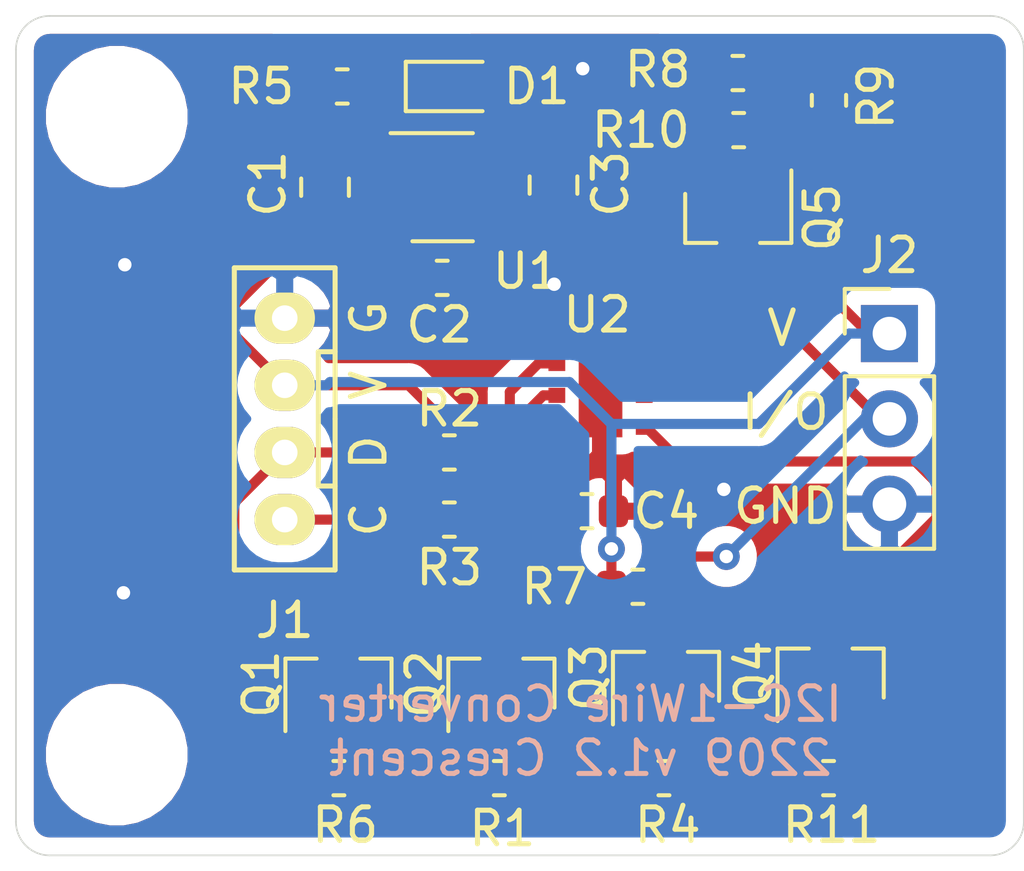
<source format=kicad_pcb>
(kicad_pcb (version 20171130) (host pcbnew "(5.1.2)-1")

  (general
    (thickness 1.6)
    (drawings 12)
    (tracks 212)
    (zones 0)
    (modules 27)
    (nets 15)
  )

  (page A4)
  (title_block
    (title "I2C-1Wire Converter")
    (date 2022-08-05)
    (rev v1.1)
    (company Crescent)
  )

  (layers
    (0 F.Cu signal)
    (31 B.Cu signal)
    (32 B.Adhes user)
    (33 F.Adhes user)
    (34 B.Paste user)
    (35 F.Paste user)
    (36 B.SilkS user)
    (37 F.SilkS user)
    (38 B.Mask user)
    (39 F.Mask user)
    (40 Dwgs.User user)
    (41 Cmts.User user)
    (42 Eco1.User user)
    (43 Eco2.User user)
    (44 Edge.Cuts user)
    (45 Margin user)
    (46 B.CrtYd user hide)
    (47 F.CrtYd user hide)
    (48 B.Fab user hide)
    (49 F.Fab user hide)
  )

  (setup
    (last_trace_width 0.3)
    (trace_clearance 0.2)
    (zone_clearance 0.508)
    (zone_45_only no)
    (trace_min 0.2)
    (via_size 0.8)
    (via_drill 0.4)
    (via_min_size 0.4)
    (via_min_drill 0.3)
    (uvia_size 0.3)
    (uvia_drill 0.1)
    (uvias_allowed no)
    (uvia_min_size 0.2)
    (uvia_min_drill 0.1)
    (edge_width 0.05)
    (segment_width 0.2)
    (pcb_text_width 0.3)
    (pcb_text_size 1.5 1.5)
    (mod_edge_width 0.12)
    (mod_text_size 1 1)
    (mod_text_width 0.15)
    (pad_size 1.524 1.524)
    (pad_drill 0.762)
    (pad_to_mask_clearance 0.051)
    (solder_mask_min_width 0.25)
    (aux_axis_origin 0 0)
    (visible_elements 7FFFFFFF)
    (pcbplotparams
      (layerselection 0x010fc_ffffffff)
      (usegerberextensions true)
      (usegerberattributes false)
      (usegerberadvancedattributes false)
      (creategerberjobfile false)
      (excludeedgelayer true)
      (linewidth 0.100000)
      (plotframeref false)
      (viasonmask false)
      (mode 1)
      (useauxorigin false)
      (hpglpennumber 1)
      (hpglpenspeed 20)
      (hpglpendiameter 15.000000)
      (psnegative false)
      (psa4output false)
      (plotreference true)
      (plotvalue true)
      (plotinvisibletext false)
      (padsonsilk false)
      (subtractmaskfromsilk true)
      (outputformat 1)
      (mirror false)
      (drillshape 0)
      (scaleselection 1)
      (outputdirectory "GERBER/"))
  )

  (net 0 "")
  (net 1 GND)
  (net 2 /VIN)
  (net 3 "Net-(C2-Pad1)")
  (net 4 +3V3)
  (net 5 "Net-(D1-Pad1)")
  (net 6 /SDA)
  (net 7 /SCL)
  (net 8 /SDA_H)
  (net 9 /SCL_H)
  (net 10 /IO_H)
  (net 11 /IO)
  (net 12 /GPIO_H)
  (net 13 /GPIO)
  (net 14 "Net-(Q5-Pad1)")

  (net_class Default "これはデフォルトのネット クラスです。"
    (clearance 0.2)
    (trace_width 0.3)
    (via_dia 0.8)
    (via_drill 0.4)
    (uvia_dia 0.3)
    (uvia_drill 0.1)
    (add_net +3V3)
    (add_net /GPIO)
    (add_net /GPIO_H)
    (add_net /IO)
    (add_net /IO_H)
    (add_net /SCL)
    (add_net /SCL_H)
    (add_net /SDA)
    (add_net /SDA_H)
    (add_net /VIN)
    (add_net GND)
    (add_net "Net-(C2-Pad1)")
    (add_net "Net-(D1-Pad1)")
    (add_net "Net-(Q5-Pad1)")
  )

  (module Resistor_SMD:R_0603_1608Metric (layer F.Cu) (tedit 5B301BBD) (tstamp 62ED495D)
    (at 124.188 112.7)
    (descr "Resistor SMD 0603 (1608 Metric), square (rectangular) end terminal, IPC_7351 nominal, (Body size source: http://www.tortai-tech.com/upload/download/2011102023233369053.pdf), generated with kicad-footprint-generator")
    (tags resistor)
    (path /62F47DCA)
    (attr smd)
    (fp_text reference R11 (at 0.0875 1.4) (layer F.SilkS)
      (effects (font (size 1 1) (thickness 0.15)))
    )
    (fp_text value 4.7k (at 0 1.43) (layer F.Fab)
      (effects (font (size 1 1) (thickness 0.15)))
    )
    (fp_text user %R (at 0 0) (layer F.Fab)
      (effects (font (size 0.4 0.4) (thickness 0.06)))
    )
    (fp_line (start 1.48 0.73) (end -1.48 0.73) (layer F.CrtYd) (width 0.05))
    (fp_line (start 1.48 -0.73) (end 1.48 0.73) (layer F.CrtYd) (width 0.05))
    (fp_line (start -1.48 -0.73) (end 1.48 -0.73) (layer F.CrtYd) (width 0.05))
    (fp_line (start -1.48 0.73) (end -1.48 -0.73) (layer F.CrtYd) (width 0.05))
    (fp_line (start -0.162779 0.51) (end 0.162779 0.51) (layer F.SilkS) (width 0.12))
    (fp_line (start -0.162779 -0.51) (end 0.162779 -0.51) (layer F.SilkS) (width 0.12))
    (fp_line (start 0.8 0.4) (end -0.8 0.4) (layer F.Fab) (width 0.1))
    (fp_line (start 0.8 -0.4) (end 0.8 0.4) (layer F.Fab) (width 0.1))
    (fp_line (start -0.8 -0.4) (end 0.8 -0.4) (layer F.Fab) (width 0.1))
    (fp_line (start -0.8 0.4) (end -0.8 -0.4) (layer F.Fab) (width 0.1))
    (pad 2 smd roundrect (at 0.7875 0) (size 0.875 0.95) (layers F.Cu F.Paste F.Mask) (roundrect_rratio 0.25)
      (net 13 /GPIO))
    (pad 1 smd roundrect (at -0.7875 0) (size 0.875 0.95) (layers F.Cu F.Paste F.Mask) (roundrect_rratio 0.25)
      (net 4 +3V3))
    (model ${KISYS3DMOD}/Resistor_SMD.3dshapes/R_0603_1608Metric.wrl
      (at (xyz 0 0 0))
      (scale (xyz 1 1 1))
      (rotate (xyz 0 0 0))
    )
  )

  (module Resistor_SMD:R_0603_1608Metric (layer F.Cu) (tedit 5B301BBD) (tstamp 62ED494C)
    (at 121.512 93.4)
    (descr "Resistor SMD 0603 (1608 Metric), square (rectangular) end terminal, IPC_7351 nominal, (Body size source: http://www.tortai-tech.com/upload/download/2011102023233369053.pdf), generated with kicad-footprint-generator")
    (tags resistor)
    (path /62F26572)
    (attr smd)
    (fp_text reference R10 (at -2.9125 0) (layer F.SilkS)
      (effects (font (size 1 1) (thickness 0.15)))
    )
    (fp_text value 10k (at 0 1.43) (layer F.Fab)
      (effects (font (size 1 1) (thickness 0.15)))
    )
    (fp_text user %R (at 0 0) (layer F.Fab)
      (effects (font (size 0.4 0.4) (thickness 0.06)))
    )
    (fp_line (start 1.48 0.73) (end -1.48 0.73) (layer F.CrtYd) (width 0.05))
    (fp_line (start 1.48 -0.73) (end 1.48 0.73) (layer F.CrtYd) (width 0.05))
    (fp_line (start -1.48 -0.73) (end 1.48 -0.73) (layer F.CrtYd) (width 0.05))
    (fp_line (start -1.48 0.73) (end -1.48 -0.73) (layer F.CrtYd) (width 0.05))
    (fp_line (start -0.162779 0.51) (end 0.162779 0.51) (layer F.SilkS) (width 0.12))
    (fp_line (start -0.162779 -0.51) (end 0.162779 -0.51) (layer F.SilkS) (width 0.12))
    (fp_line (start 0.8 0.4) (end -0.8 0.4) (layer F.Fab) (width 0.1))
    (fp_line (start 0.8 -0.4) (end 0.8 0.4) (layer F.Fab) (width 0.1))
    (fp_line (start -0.8 -0.4) (end 0.8 -0.4) (layer F.Fab) (width 0.1))
    (fp_line (start -0.8 0.4) (end -0.8 -0.4) (layer F.Fab) (width 0.1))
    (pad 2 smd roundrect (at 0.7875 0) (size 0.875 0.95) (layers F.Cu F.Paste F.Mask) (roundrect_rratio 0.25)
      (net 14 "Net-(Q5-Pad1)"))
    (pad 1 smd roundrect (at -0.7875 0) (size 0.875 0.95) (layers F.Cu F.Paste F.Mask) (roundrect_rratio 0.25)
      (net 2 /VIN))
    (model ${KISYS3DMOD}/Resistor_SMD.3dshapes/R_0603_1608Metric.wrl
      (at (xyz 0 0 0))
      (scale (xyz 1 1 1))
      (rotate (xyz 0 0 0))
    )
  )

  (module Resistor_SMD:R_0603_1608Metric (layer F.Cu) (tedit 5B301BBD) (tstamp 62ED493B)
    (at 124.2 92.5125 90)
    (descr "Resistor SMD 0603 (1608 Metric), square (rectangular) end terminal, IPC_7351 nominal, (Body size source: http://www.tortai-tech.com/upload/download/2011102023233369053.pdf), generated with kicad-footprint-generator")
    (tags resistor)
    (path /62F242A0)
    (attr smd)
    (fp_text reference R9 (at 0.1125 1.4 90) (layer F.SilkS)
      (effects (font (size 1 1) (thickness 0.15)))
    )
    (fp_text value 1k (at 0 1.43 90) (layer F.Fab)
      (effects (font (size 1 1) (thickness 0.15)))
    )
    (fp_text user %R (at 0 0 90) (layer F.Fab)
      (effects (font (size 0.4 0.4) (thickness 0.06)))
    )
    (fp_line (start 1.48 0.73) (end -1.48 0.73) (layer F.CrtYd) (width 0.05))
    (fp_line (start 1.48 -0.73) (end 1.48 0.73) (layer F.CrtYd) (width 0.05))
    (fp_line (start -1.48 -0.73) (end 1.48 -0.73) (layer F.CrtYd) (width 0.05))
    (fp_line (start -1.48 0.73) (end -1.48 -0.73) (layer F.CrtYd) (width 0.05))
    (fp_line (start -0.162779 0.51) (end 0.162779 0.51) (layer F.SilkS) (width 0.12))
    (fp_line (start -0.162779 -0.51) (end 0.162779 -0.51) (layer F.SilkS) (width 0.12))
    (fp_line (start 0.8 0.4) (end -0.8 0.4) (layer F.Fab) (width 0.1))
    (fp_line (start 0.8 -0.4) (end 0.8 0.4) (layer F.Fab) (width 0.1))
    (fp_line (start -0.8 -0.4) (end 0.8 -0.4) (layer F.Fab) (width 0.1))
    (fp_line (start -0.8 0.4) (end -0.8 -0.4) (layer F.Fab) (width 0.1))
    (pad 2 smd roundrect (at 0.7875 0 90) (size 0.875 0.95) (layers F.Cu F.Paste F.Mask) (roundrect_rratio 0.25)
      (net 12 /GPIO_H))
    (pad 1 smd roundrect (at -0.7875 0 90) (size 0.875 0.95) (layers F.Cu F.Paste F.Mask) (roundrect_rratio 0.25)
      (net 14 "Net-(Q5-Pad1)"))
    (model ${KISYS3DMOD}/Resistor_SMD.3dshapes/R_0603_1608Metric.wrl
      (at (xyz 0 0 0))
      (scale (xyz 1 1 1))
      (rotate (xyz 0 0 0))
    )
  )

  (module Resistor_SMD:R_0603_1608Metric (layer F.Cu) (tedit 5B301BBD) (tstamp 62ED492A)
    (at 121.488 91.7)
    (descr "Resistor SMD 0603 (1608 Metric), square (rectangular) end terminal, IPC_7351 nominal, (Body size source: http://www.tortai-tech.com/upload/download/2011102023233369053.pdf), generated with kicad-footprint-generator")
    (tags resistor)
    (path /62F47DE4)
    (attr smd)
    (fp_text reference R8 (at -2.3875 -0.1) (layer F.SilkS)
      (effects (font (size 1 1) (thickness 0.15)))
    )
    (fp_text value 4.7k (at 0 1.43) (layer F.Fab)
      (effects (font (size 1 1) (thickness 0.15)))
    )
    (fp_text user %R (at 0 0) (layer F.Fab)
      (effects (font (size 0.4 0.4) (thickness 0.06)))
    )
    (fp_line (start 1.48 0.73) (end -1.48 0.73) (layer F.CrtYd) (width 0.05))
    (fp_line (start 1.48 -0.73) (end 1.48 0.73) (layer F.CrtYd) (width 0.05))
    (fp_line (start -1.48 -0.73) (end 1.48 -0.73) (layer F.CrtYd) (width 0.05))
    (fp_line (start -1.48 0.73) (end -1.48 -0.73) (layer F.CrtYd) (width 0.05))
    (fp_line (start -0.162779 0.51) (end 0.162779 0.51) (layer F.SilkS) (width 0.12))
    (fp_line (start -0.162779 -0.51) (end 0.162779 -0.51) (layer F.SilkS) (width 0.12))
    (fp_line (start 0.8 0.4) (end -0.8 0.4) (layer F.Fab) (width 0.1))
    (fp_line (start 0.8 -0.4) (end 0.8 0.4) (layer F.Fab) (width 0.1))
    (fp_line (start -0.8 -0.4) (end 0.8 -0.4) (layer F.Fab) (width 0.1))
    (fp_line (start -0.8 0.4) (end -0.8 -0.4) (layer F.Fab) (width 0.1))
    (pad 2 smd roundrect (at 0.7875 0) (size 0.875 0.95) (layers F.Cu F.Paste F.Mask) (roundrect_rratio 0.25)
      (net 12 /GPIO_H))
    (pad 1 smd roundrect (at -0.7875 0) (size 0.875 0.95) (layers F.Cu F.Paste F.Mask) (roundrect_rratio 0.25)
      (net 2 /VIN))
    (model ${KISYS3DMOD}/Resistor_SMD.3dshapes/R_0603_1608Metric.wrl
      (at (xyz 0 0 0))
      (scale (xyz 1 1 1))
      (rotate (xyz 0 0 0))
    )
  )

  (module Resistor_SMD:R_0603_1608Metric (layer F.Cu) (tedit 5B301BBD) (tstamp 62ED4919)
    (at 118.512 107)
    (descr "Resistor SMD 0603 (1608 Metric), square (rectangular) end terminal, IPC_7351 nominal, (Body size source: http://www.tortai-tech.com/upload/download/2011102023233369053.pdf), generated with kicad-footprint-generator")
    (tags resistor)
    (path /62F11164)
    (attr smd)
    (fp_text reference R7 (at -2.4875 0) (layer F.SilkS)
      (effects (font (size 1 1) (thickness 0.15)))
    )
    (fp_text value 4.7k (at 0 1.43) (layer F.Fab)
      (effects (font (size 1 1) (thickness 0.15)))
    )
    (fp_text user %R (at 0 0) (layer F.Fab)
      (effects (font (size 0.4 0.4) (thickness 0.06)))
    )
    (fp_line (start 1.48 0.73) (end -1.48 0.73) (layer F.CrtYd) (width 0.05))
    (fp_line (start 1.48 -0.73) (end 1.48 0.73) (layer F.CrtYd) (width 0.05))
    (fp_line (start -1.48 -0.73) (end 1.48 -0.73) (layer F.CrtYd) (width 0.05))
    (fp_line (start -1.48 0.73) (end -1.48 -0.73) (layer F.CrtYd) (width 0.05))
    (fp_line (start -0.162779 0.51) (end 0.162779 0.51) (layer F.SilkS) (width 0.12))
    (fp_line (start -0.162779 -0.51) (end 0.162779 -0.51) (layer F.SilkS) (width 0.12))
    (fp_line (start 0.8 0.4) (end -0.8 0.4) (layer F.Fab) (width 0.1))
    (fp_line (start 0.8 -0.4) (end 0.8 0.4) (layer F.Fab) (width 0.1))
    (fp_line (start -0.8 -0.4) (end 0.8 -0.4) (layer F.Fab) (width 0.1))
    (fp_line (start -0.8 0.4) (end -0.8 -0.4) (layer F.Fab) (width 0.1))
    (pad 2 smd roundrect (at 0.7875 0) (size 0.875 0.95) (layers F.Cu F.Paste F.Mask) (roundrect_rratio 0.25)
      (net 10 /IO_H))
    (pad 1 smd roundrect (at -0.7875 0) (size 0.875 0.95) (layers F.Cu F.Paste F.Mask) (roundrect_rratio 0.25)
      (net 2 /VIN))
    (model ${KISYS3DMOD}/Resistor_SMD.3dshapes/R_0603_1608Metric.wrl
      (at (xyz 0 0 0))
      (scale (xyz 1 1 1))
      (rotate (xyz 0 0 0))
    )
  )

  (module Resistor_SMD:R_0603_1608Metric (layer F.Cu) (tedit 5B301BBD) (tstamp 62ED4908)
    (at 109.612 112.7)
    (descr "Resistor SMD 0603 (1608 Metric), square (rectangular) end terminal, IPC_7351 nominal, (Body size source: http://www.tortai-tech.com/upload/download/2011102023233369053.pdf), generated with kicad-footprint-generator")
    (tags resistor)
    (path /62EDFF45)
    (attr smd)
    (fp_text reference R6 (at 0.1875 1.4) (layer F.SilkS)
      (effects (font (size 1 1) (thickness 0.15)))
    )
    (fp_text value 10k (at 0 1.43) (layer F.Fab)
      (effects (font (size 1 1) (thickness 0.15)))
    )
    (fp_text user %R (at 0 0) (layer F.Fab)
      (effects (font (size 0.4 0.4) (thickness 0.06)))
    )
    (fp_line (start 1.48 0.73) (end -1.48 0.73) (layer F.CrtYd) (width 0.05))
    (fp_line (start 1.48 -0.73) (end 1.48 0.73) (layer F.CrtYd) (width 0.05))
    (fp_line (start -1.48 -0.73) (end 1.48 -0.73) (layer F.CrtYd) (width 0.05))
    (fp_line (start -1.48 0.73) (end -1.48 -0.73) (layer F.CrtYd) (width 0.05))
    (fp_line (start -0.162779 0.51) (end 0.162779 0.51) (layer F.SilkS) (width 0.12))
    (fp_line (start -0.162779 -0.51) (end 0.162779 -0.51) (layer F.SilkS) (width 0.12))
    (fp_line (start 0.8 0.4) (end -0.8 0.4) (layer F.Fab) (width 0.1))
    (fp_line (start 0.8 -0.4) (end 0.8 0.4) (layer F.Fab) (width 0.1))
    (fp_line (start -0.8 -0.4) (end 0.8 -0.4) (layer F.Fab) (width 0.1))
    (fp_line (start -0.8 0.4) (end -0.8 -0.4) (layer F.Fab) (width 0.1))
    (pad 2 smd roundrect (at 0.7875 0) (size 0.875 0.95) (layers F.Cu F.Paste F.Mask) (roundrect_rratio 0.25)
      (net 7 /SCL))
    (pad 1 smd roundrect (at -0.7875 0) (size 0.875 0.95) (layers F.Cu F.Paste F.Mask) (roundrect_rratio 0.25)
      (net 4 +3V3))
    (model ${KISYS3DMOD}/Resistor_SMD.3dshapes/R_0603_1608Metric.wrl
      (at (xyz 0 0 0))
      (scale (xyz 1 1 1))
      (rotate (xyz 0 0 0))
    )
  )

  (module Resistor_SMD:R_0603_1608Metric (layer F.Cu) (tedit 5B301BBD) (tstamp 62ED4877)
    (at 114.388 112.7)
    (descr "Resistor SMD 0603 (1608 Metric), square (rectangular) end terminal, IPC_7351 nominal, (Body size source: http://www.tortai-tech.com/upload/download/2011102023233369053.pdf), generated with kicad-footprint-generator")
    (tags resistor)
    (path /62EDFF3F)
    (attr smd)
    (fp_text reference R1 (at 0.0875 1.5) (layer F.SilkS)
      (effects (font (size 1 1) (thickness 0.15)))
    )
    (fp_text value 10k (at 0 1.43) (layer F.Fab)
      (effects (font (size 1 1) (thickness 0.15)))
    )
    (fp_text user %R (at 0 0) (layer F.Fab)
      (effects (font (size 0.4 0.4) (thickness 0.06)))
    )
    (fp_line (start 1.48 0.73) (end -1.48 0.73) (layer F.CrtYd) (width 0.05))
    (fp_line (start 1.48 -0.73) (end 1.48 0.73) (layer F.CrtYd) (width 0.05))
    (fp_line (start -1.48 -0.73) (end 1.48 -0.73) (layer F.CrtYd) (width 0.05))
    (fp_line (start -1.48 0.73) (end -1.48 -0.73) (layer F.CrtYd) (width 0.05))
    (fp_line (start -0.162779 0.51) (end 0.162779 0.51) (layer F.SilkS) (width 0.12))
    (fp_line (start -0.162779 -0.51) (end 0.162779 -0.51) (layer F.SilkS) (width 0.12))
    (fp_line (start 0.8 0.4) (end -0.8 0.4) (layer F.Fab) (width 0.1))
    (fp_line (start 0.8 -0.4) (end 0.8 0.4) (layer F.Fab) (width 0.1))
    (fp_line (start -0.8 -0.4) (end 0.8 -0.4) (layer F.Fab) (width 0.1))
    (fp_line (start -0.8 0.4) (end -0.8 -0.4) (layer F.Fab) (width 0.1))
    (pad 2 smd roundrect (at 0.7875 0) (size 0.875 0.95) (layers F.Cu F.Paste F.Mask) (roundrect_rratio 0.25)
      (net 6 /SDA))
    (pad 1 smd roundrect (at -0.7875 0) (size 0.875 0.95) (layers F.Cu F.Paste F.Mask) (roundrect_rratio 0.25)
      (net 4 +3V3))
    (model ${KISYS3DMOD}/Resistor_SMD.3dshapes/R_0603_1608Metric.wrl
      (at (xyz 0 0 0))
      (scale (xyz 1 1 1))
      (rotate (xyz 0 0 0))
    )
  )

  (module Package_TO_SOT_SMD:SOT-23 (layer F.Cu) (tedit 5A02FF57) (tstamp 62ED4866)
    (at 121.5 96 270)
    (descr "SOT-23, Standard")
    (tags SOT-23)
    (path /62F202CC)
    (attr smd)
    (fp_text reference Q5 (at 0 -2.5 90) (layer F.SilkS)
      (effects (font (size 1 1) (thickness 0.15)))
    )
    (fp_text value Q_PMOS_GSD (at 0 2.5 90) (layer F.Fab)
      (effects (font (size 1 1) (thickness 0.15)))
    )
    (fp_line (start 0.76 1.58) (end -0.7 1.58) (layer F.SilkS) (width 0.12))
    (fp_line (start 0.76 -1.58) (end -1.4 -1.58) (layer F.SilkS) (width 0.12))
    (fp_line (start -1.7 1.75) (end -1.7 -1.75) (layer F.CrtYd) (width 0.05))
    (fp_line (start 1.7 1.75) (end -1.7 1.75) (layer F.CrtYd) (width 0.05))
    (fp_line (start 1.7 -1.75) (end 1.7 1.75) (layer F.CrtYd) (width 0.05))
    (fp_line (start -1.7 -1.75) (end 1.7 -1.75) (layer F.CrtYd) (width 0.05))
    (fp_line (start 0.76 -1.58) (end 0.76 -0.65) (layer F.SilkS) (width 0.12))
    (fp_line (start 0.76 1.58) (end 0.76 0.65) (layer F.SilkS) (width 0.12))
    (fp_line (start -0.7 1.52) (end 0.7 1.52) (layer F.Fab) (width 0.1))
    (fp_line (start 0.7 -1.52) (end 0.7 1.52) (layer F.Fab) (width 0.1))
    (fp_line (start -0.7 -0.95) (end -0.15 -1.52) (layer F.Fab) (width 0.1))
    (fp_line (start -0.15 -1.52) (end 0.7 -1.52) (layer F.Fab) (width 0.1))
    (fp_line (start -0.7 -0.95) (end -0.7 1.5) (layer F.Fab) (width 0.1))
    (fp_text user %R (at 0 0) (layer F.Fab)
      (effects (font (size 0.5 0.5) (thickness 0.075)))
    )
    (pad 3 smd rect (at 1 0 270) (size 0.9 0.8) (layers F.Cu F.Paste F.Mask)
      (net 10 /IO_H))
    (pad 2 smd rect (at -1 0.95 270) (size 0.9 0.8) (layers F.Cu F.Paste F.Mask)
      (net 2 /VIN))
    (pad 1 smd rect (at -1 -0.95 270) (size 0.9 0.8) (layers F.Cu F.Paste F.Mask)
      (net 14 "Net-(Q5-Pad1)"))
    (model ${KISYS3DMOD}/Package_TO_SOT_SMD.3dshapes/SOT-23.wrl
      (at (xyz 0 0 0))
      (scale (xyz 1 1 1))
      (rotate (xyz 0 0 0))
    )
  )

  (module Package_TO_SOT_SMD:SOT-23 (layer F.Cu) (tedit 5A02FF57) (tstamp 62ED4851)
    (at 124.25 109.6 90)
    (descr "SOT-23, Standard")
    (tags SOT-23)
    (path /62F47DD1)
    (attr smd)
    (fp_text reference Q4 (at 0 -2.3 90) (layer F.SilkS)
      (effects (font (size 1 1) (thickness 0.15)))
    )
    (fp_text value Q_NMOS_GSD (at 0 2.5 90) (layer F.Fab)
      (effects (font (size 1 1) (thickness 0.15)))
    )
    (fp_line (start 0.76 1.58) (end -0.7 1.58) (layer F.SilkS) (width 0.12))
    (fp_line (start 0.76 -1.58) (end -1.4 -1.58) (layer F.SilkS) (width 0.12))
    (fp_line (start -1.7 1.75) (end -1.7 -1.75) (layer F.CrtYd) (width 0.05))
    (fp_line (start 1.7 1.75) (end -1.7 1.75) (layer F.CrtYd) (width 0.05))
    (fp_line (start 1.7 -1.75) (end 1.7 1.75) (layer F.CrtYd) (width 0.05))
    (fp_line (start -1.7 -1.75) (end 1.7 -1.75) (layer F.CrtYd) (width 0.05))
    (fp_line (start 0.76 -1.58) (end 0.76 -0.65) (layer F.SilkS) (width 0.12))
    (fp_line (start 0.76 1.58) (end 0.76 0.65) (layer F.SilkS) (width 0.12))
    (fp_line (start -0.7 1.52) (end 0.7 1.52) (layer F.Fab) (width 0.1))
    (fp_line (start 0.7 -1.52) (end 0.7 1.52) (layer F.Fab) (width 0.1))
    (fp_line (start -0.7 -0.95) (end -0.15 -1.52) (layer F.Fab) (width 0.1))
    (fp_line (start -0.15 -1.52) (end 0.7 -1.52) (layer F.Fab) (width 0.1))
    (fp_line (start -0.7 -0.95) (end -0.7 1.5) (layer F.Fab) (width 0.1))
    (fp_text user %R (at 0 0) (layer F.Fab)
      (effects (font (size 0.5 0.5) (thickness 0.075)))
    )
    (pad 3 smd rect (at 1 0 90) (size 0.9 0.8) (layers F.Cu F.Paste F.Mask)
      (net 12 /GPIO_H))
    (pad 2 smd rect (at -1 0.95 90) (size 0.9 0.8) (layers F.Cu F.Paste F.Mask)
      (net 13 /GPIO))
    (pad 1 smd rect (at -1 -0.95 90) (size 0.9 0.8) (layers F.Cu F.Paste F.Mask)
      (net 4 +3V3))
    (model ${KISYS3DMOD}/Package_TO_SOT_SMD.3dshapes/SOT-23.wrl
      (at (xyz 0 0 0))
      (scale (xyz 1 1 1))
      (rotate (xyz 0 0 0))
    )
  )

  (module Package_TO_SOT_SMD:SOT-23 (layer F.Cu) (tedit 5A02FF57) (tstamp 62ED483C)
    (at 119.35 109.7 90)
    (descr "SOT-23, Standard")
    (tags SOT-23)
    (path /62EF56E5)
    (attr smd)
    (fp_text reference Q3 (at 0 -2.3 90) (layer F.SilkS)
      (effects (font (size 1 1) (thickness 0.15)))
    )
    (fp_text value Q_NMOS_GSD (at 0 2.5 90) (layer F.Fab)
      (effects (font (size 1 1) (thickness 0.15)))
    )
    (fp_line (start 0.76 1.58) (end -0.7 1.58) (layer F.SilkS) (width 0.12))
    (fp_line (start 0.76 -1.58) (end -1.4 -1.58) (layer F.SilkS) (width 0.12))
    (fp_line (start -1.7 1.75) (end -1.7 -1.75) (layer F.CrtYd) (width 0.05))
    (fp_line (start 1.7 1.75) (end -1.7 1.75) (layer F.CrtYd) (width 0.05))
    (fp_line (start 1.7 -1.75) (end 1.7 1.75) (layer F.CrtYd) (width 0.05))
    (fp_line (start -1.7 -1.75) (end 1.7 -1.75) (layer F.CrtYd) (width 0.05))
    (fp_line (start 0.76 -1.58) (end 0.76 -0.65) (layer F.SilkS) (width 0.12))
    (fp_line (start 0.76 1.58) (end 0.76 0.65) (layer F.SilkS) (width 0.12))
    (fp_line (start -0.7 1.52) (end 0.7 1.52) (layer F.Fab) (width 0.1))
    (fp_line (start 0.7 -1.52) (end 0.7 1.52) (layer F.Fab) (width 0.1))
    (fp_line (start -0.7 -0.95) (end -0.15 -1.52) (layer F.Fab) (width 0.1))
    (fp_line (start -0.15 -1.52) (end 0.7 -1.52) (layer F.Fab) (width 0.1))
    (fp_line (start -0.7 -0.95) (end -0.7 1.5) (layer F.Fab) (width 0.1))
    (fp_text user %R (at 0 0) (layer F.Fab)
      (effects (font (size 0.5 0.5) (thickness 0.075)))
    )
    (pad 3 smd rect (at 1 0 90) (size 0.9 0.8) (layers F.Cu F.Paste F.Mask)
      (net 10 /IO_H))
    (pad 2 smd rect (at -1 0.95 90) (size 0.9 0.8) (layers F.Cu F.Paste F.Mask)
      (net 11 /IO))
    (pad 1 smd rect (at -1 -0.95 90) (size 0.9 0.8) (layers F.Cu F.Paste F.Mask)
      (net 4 +3V3))
    (model ${KISYS3DMOD}/Package_TO_SOT_SMD.3dshapes/SOT-23.wrl
      (at (xyz 0 0 0))
      (scale (xyz 1 1 1))
      (rotate (xyz 0 0 0))
    )
  )

  (module Package_TO_SOT_SMD:SOT-23 (layer F.Cu) (tedit 5A02FF57) (tstamp 62ED4827)
    (at 114.45 109.9 90)
    (descr "SOT-23, Standard")
    (tags SOT-23)
    (path /62EF03A8)
    (attr smd)
    (fp_text reference Q2 (at 0 -2.3 90) (layer F.SilkS)
      (effects (font (size 1 1) (thickness 0.15)))
    )
    (fp_text value Q_NMOS_GSD (at 0 2.5 90) (layer F.Fab)
      (effects (font (size 1 1) (thickness 0.15)))
    )
    (fp_line (start 0.76 1.58) (end -0.7 1.58) (layer F.SilkS) (width 0.12))
    (fp_line (start 0.76 -1.58) (end -1.4 -1.58) (layer F.SilkS) (width 0.12))
    (fp_line (start -1.7 1.75) (end -1.7 -1.75) (layer F.CrtYd) (width 0.05))
    (fp_line (start 1.7 1.75) (end -1.7 1.75) (layer F.CrtYd) (width 0.05))
    (fp_line (start 1.7 -1.75) (end 1.7 1.75) (layer F.CrtYd) (width 0.05))
    (fp_line (start -1.7 -1.75) (end 1.7 -1.75) (layer F.CrtYd) (width 0.05))
    (fp_line (start 0.76 -1.58) (end 0.76 -0.65) (layer F.SilkS) (width 0.12))
    (fp_line (start 0.76 1.58) (end 0.76 0.65) (layer F.SilkS) (width 0.12))
    (fp_line (start -0.7 1.52) (end 0.7 1.52) (layer F.Fab) (width 0.1))
    (fp_line (start 0.7 -1.52) (end 0.7 1.52) (layer F.Fab) (width 0.1))
    (fp_line (start -0.7 -0.95) (end -0.15 -1.52) (layer F.Fab) (width 0.1))
    (fp_line (start -0.15 -1.52) (end 0.7 -1.52) (layer F.Fab) (width 0.1))
    (fp_line (start -0.7 -0.95) (end -0.7 1.5) (layer F.Fab) (width 0.1))
    (fp_text user %R (at 0 0) (layer F.Fab)
      (effects (font (size 0.5 0.5) (thickness 0.075)))
    )
    (pad 3 smd rect (at 1 0 90) (size 0.9 0.8) (layers F.Cu F.Paste F.Mask)
      (net 8 /SDA_H))
    (pad 2 smd rect (at -1 0.95 90) (size 0.9 0.8) (layers F.Cu F.Paste F.Mask)
      (net 6 /SDA))
    (pad 1 smd rect (at -1 -0.95 90) (size 0.9 0.8) (layers F.Cu F.Paste F.Mask)
      (net 4 +3V3))
    (model ${KISYS3DMOD}/Package_TO_SOT_SMD.3dshapes/SOT-23.wrl
      (at (xyz 0 0 0))
      (scale (xyz 1 1 1))
      (rotate (xyz 0 0 0))
    )
  )

  (module Package_TO_SOT_SMD:SOT-23 (layer F.Cu) (tedit 5A02FF57) (tstamp 62ED4812)
    (at 109.6 109.9 90)
    (descr "SOT-23, Standard")
    (tags SOT-23)
    (path /62ED0DCC)
    (attr smd)
    (fp_text reference Q1 (at 0 -2.3 90) (layer F.SilkS)
      (effects (font (size 1 1) (thickness 0.15)))
    )
    (fp_text value Q_NMOS_GSD (at 0 2.5 90) (layer F.Fab)
      (effects (font (size 1 1) (thickness 0.15)))
    )
    (fp_line (start 0.76 1.58) (end -0.7 1.58) (layer F.SilkS) (width 0.12))
    (fp_line (start 0.76 -1.58) (end -1.4 -1.58) (layer F.SilkS) (width 0.12))
    (fp_line (start -1.7 1.75) (end -1.7 -1.75) (layer F.CrtYd) (width 0.05))
    (fp_line (start 1.7 1.75) (end -1.7 1.75) (layer F.CrtYd) (width 0.05))
    (fp_line (start 1.7 -1.75) (end 1.7 1.75) (layer F.CrtYd) (width 0.05))
    (fp_line (start -1.7 -1.75) (end 1.7 -1.75) (layer F.CrtYd) (width 0.05))
    (fp_line (start 0.76 -1.58) (end 0.76 -0.65) (layer F.SilkS) (width 0.12))
    (fp_line (start 0.76 1.58) (end 0.76 0.65) (layer F.SilkS) (width 0.12))
    (fp_line (start -0.7 1.52) (end 0.7 1.52) (layer F.Fab) (width 0.1))
    (fp_line (start 0.7 -1.52) (end 0.7 1.52) (layer F.Fab) (width 0.1))
    (fp_line (start -0.7 -0.95) (end -0.15 -1.52) (layer F.Fab) (width 0.1))
    (fp_line (start -0.15 -1.52) (end 0.7 -1.52) (layer F.Fab) (width 0.1))
    (fp_line (start -0.7 -0.95) (end -0.7 1.5) (layer F.Fab) (width 0.1))
    (fp_text user %R (at 0 0) (layer F.Fab)
      (effects (font (size 0.5 0.5) (thickness 0.075)))
    )
    (pad 3 smd rect (at 1 0 90) (size 0.9 0.8) (layers F.Cu F.Paste F.Mask)
      (net 9 /SCL_H))
    (pad 2 smd rect (at -1 0.95 90) (size 0.9 0.8) (layers F.Cu F.Paste F.Mask)
      (net 7 /SCL))
    (pad 1 smd rect (at -1 -0.95 90) (size 0.9 0.8) (layers F.Cu F.Paste F.Mask)
      (net 4 +3V3))
    (model ${KISYS3DMOD}/Package_TO_SOT_SMD.3dshapes/SOT-23.wrl
      (at (xyz 0 0 0))
      (scale (xyz 1 1 1))
      (rotate (xyz 0 0 0))
    )
  )

  (module MountingHole:MountingHole_3.2mm_M3 locked (layer F.Cu) (tedit 56D1B4CB) (tstamp 628FA6D3)
    (at 103 112)
    (descr "Mounting Hole 3.2mm, no annular, M3")
    (tags "mounting hole 3.2mm no annular m3")
    (attr virtual)
    (fp_text reference REF2 (at 0 -4.2) (layer F.SilkS) hide
      (effects (font (size 1 1) (thickness 0.15)))
    )
    (fp_text value MountingHole_3.2mm_M3 (at 0 4.2) (layer F.Fab)
      (effects (font (size 1 1) (thickness 0.15)))
    )
    (fp_text user %R (at 0.3 0) (layer F.Fab)
      (effects (font (size 1 1) (thickness 0.15)))
    )
    (fp_circle (center 0 0) (end 3.2 0) (layer Cmts.User) (width 0.15))
    (fp_circle (center 0 0) (end 3.45 0) (layer F.CrtYd) (width 0.05))
    (pad 1 np_thru_hole circle (at 0 0) (size 3.2 3.2) (drill 3.2) (layers *.Cu *.Mask))
  )

  (module MountingHole:MountingHole_3.2mm_M3 locked (layer F.Cu) (tedit 56D1B4CB) (tstamp 628FA6D1)
    (at 103 93)
    (descr "Mounting Hole 3.2mm, no annular, M3")
    (tags "mounting hole 3.2mm no annular m3")
    (attr virtual)
    (fp_text reference REF1 (at 0 -4.2) (layer F.SilkS) hide
      (effects (font (size 1 1) (thickness 0.15)))
    )
    (fp_text value MountingHole_3.2mm_M3 (at 0 4.2) (layer F.Fab)
      (effects (font (size 1 1) (thickness 0.15)))
    )
    (fp_circle (center 0 0) (end 3.45 0) (layer F.CrtYd) (width 0.05))
    (fp_circle (center 0 0) (end 3.2 0) (layer Cmts.User) (width 0.15))
    (fp_text user %R (at 0.3 0) (layer F.Fab)
      (effects (font (size 1 1) (thickness 0.15)))
    )
    (pad 1 np_thru_hole circle (at 0 0) (size 3.2 3.2) (drill 3.2) (layers *.Cu *.Mask))
  )

  (module TDFN6:TDFN6-EP (layer F.Cu) (tedit 628F57EA) (tstamp 628FAD7C)
    (at 117.4 101.3 180)
    (path /628F4CF5)
    (fp_text reference U2 (at 0.1 2.4) (layer F.SilkS)
      (effects (font (size 1 1) (thickness 0.15)))
    )
    (fp_text value ds2485 (at 0 -4) (layer F.Fab)
      (effects (font (size 1 1) (thickness 0.15)))
    )
    (pad 7 smd rect (at 0 0 270) (size 2.5 1.3) (layers F.Cu F.Paste F.Mask)
      (net 1 GND))
    (pad 6 smd rect (at 1.3 -0.95 270) (size 0.45 0.5) (layers F.Cu F.Paste F.Mask)
      (net 4 +3V3))
    (pad 5 smd rect (at 1.3 0 270) (size 0.45 0.5) (layers F.Cu F.Paste F.Mask)
      (net 6 /SDA))
    (pad 4 smd rect (at 1.3 0.95 270) (size 0.45 0.5) (layers F.Cu F.Paste F.Mask)
      (net 7 /SCL))
    (pad 3 smd rect (at -1.3 0.95 270) (size 0.45 0.5) (layers F.Cu F.Paste F.Mask)
      (net 1 GND))
    (pad 2 smd rect (at -1.3 0 270) (size 0.45 0.5) (layers F.Cu F.Paste F.Mask)
      (net 11 /IO))
    (pad 1 smd rect (at -1.3 -0.95 270) (size 0.45 0.5) (layers F.Cu F.Paste F.Mask)
      (net 13 /GPIO))
  )

  (module Package_TO_SOT_SMD:SOT-23-5 (layer F.Cu) (tedit 5A02FF57) (tstamp 62ED509F)
    (at 112.7 95.1)
    (descr "5-pin SOT23 package")
    (tags SOT-23-5)
    (path /628F61CC)
    (attr smd)
    (fp_text reference U1 (at 2.5 2.5) (layer F.SilkS)
      (effects (font (size 1 1) (thickness 0.15)))
    )
    (fp_text value LD3985M33R_SOT23 (at 0 2.9) (layer F.Fab)
      (effects (font (size 1 1) (thickness 0.15)))
    )
    (fp_line (start 0.9 -1.55) (end 0.9 1.55) (layer F.Fab) (width 0.1))
    (fp_line (start 0.9 1.55) (end -0.9 1.55) (layer F.Fab) (width 0.1))
    (fp_line (start -0.9 -0.9) (end -0.9 1.55) (layer F.Fab) (width 0.1))
    (fp_line (start 0.9 -1.55) (end -0.25 -1.55) (layer F.Fab) (width 0.1))
    (fp_line (start -0.9 -0.9) (end -0.25 -1.55) (layer F.Fab) (width 0.1))
    (fp_line (start -1.9 1.8) (end -1.9 -1.8) (layer F.CrtYd) (width 0.05))
    (fp_line (start 1.9 1.8) (end -1.9 1.8) (layer F.CrtYd) (width 0.05))
    (fp_line (start 1.9 -1.8) (end 1.9 1.8) (layer F.CrtYd) (width 0.05))
    (fp_line (start -1.9 -1.8) (end 1.9 -1.8) (layer F.CrtYd) (width 0.05))
    (fp_line (start 0.9 -1.61) (end -1.55 -1.61) (layer F.SilkS) (width 0.12))
    (fp_line (start -0.9 1.61) (end 0.9 1.61) (layer F.SilkS) (width 0.12))
    (fp_text user %R (at 0 0 90) (layer F.Fab)
      (effects (font (size 0.5 0.5) (thickness 0.075)))
    )
    (pad 5 smd rect (at 1.1 -0.95) (size 1.06 0.65) (layers F.Cu F.Paste F.Mask)
      (net 4 +3V3))
    (pad 4 smd rect (at 1.1 0.95) (size 1.06 0.65) (layers F.Cu F.Paste F.Mask)
      (net 3 "Net-(C2-Pad1)"))
    (pad 3 smd rect (at -1.1 0.95) (size 1.06 0.65) (layers F.Cu F.Paste F.Mask)
      (net 2 /VIN))
    (pad 2 smd rect (at -1.1 0) (size 1.06 0.65) (layers F.Cu F.Paste F.Mask)
      (net 1 GND))
    (pad 1 smd rect (at -1.1 -0.95) (size 1.06 0.65) (layers F.Cu F.Paste F.Mask)
      (net 2 /VIN))
    (model ${KISYS3DMOD}/Package_TO_SOT_SMD.3dshapes/SOT-23-5.wrl
      (at (xyz 0 0 0))
      (scale (xyz 1 1 1))
      (rotate (xyz 0 0 0))
    )
  )

  (module Resistor_SMD:R_0603_1608Metric (layer F.Cu) (tedit 5B301BBD) (tstamp 628FA4D7)
    (at 109.712 92.1 180)
    (descr "Resistor SMD 0603 (1608 Metric), square (rectangular) end terminal, IPC_7351 nominal, (Body size source: http://www.tortai-tech.com/upload/download/2011102023233369053.pdf), generated with kicad-footprint-generator")
    (tags resistor)
    (path /6291738F)
    (attr smd)
    (fp_text reference R5 (at 2.4125 0) (layer F.SilkS)
      (effects (font (size 1 1) (thickness 0.15)))
    )
    (fp_text value 1k (at 0 1.43) (layer F.Fab)
      (effects (font (size 1 1) (thickness 0.15)))
    )
    (fp_text user %R (at 0 0) (layer F.Fab)
      (effects (font (size 0.4 0.4) (thickness 0.06)))
    )
    (fp_line (start 1.48 0.73) (end -1.48 0.73) (layer F.CrtYd) (width 0.05))
    (fp_line (start 1.48 -0.73) (end 1.48 0.73) (layer F.CrtYd) (width 0.05))
    (fp_line (start -1.48 -0.73) (end 1.48 -0.73) (layer F.CrtYd) (width 0.05))
    (fp_line (start -1.48 0.73) (end -1.48 -0.73) (layer F.CrtYd) (width 0.05))
    (fp_line (start -0.162779 0.51) (end 0.162779 0.51) (layer F.SilkS) (width 0.12))
    (fp_line (start -0.162779 -0.51) (end 0.162779 -0.51) (layer F.SilkS) (width 0.12))
    (fp_line (start 0.8 0.4) (end -0.8 0.4) (layer F.Fab) (width 0.1))
    (fp_line (start 0.8 -0.4) (end 0.8 0.4) (layer F.Fab) (width 0.1))
    (fp_line (start -0.8 -0.4) (end 0.8 -0.4) (layer F.Fab) (width 0.1))
    (fp_line (start -0.8 0.4) (end -0.8 -0.4) (layer F.Fab) (width 0.1))
    (pad 2 smd roundrect (at 0.7875 0 180) (size 0.875 0.95) (layers F.Cu F.Paste F.Mask) (roundrect_rratio 0.25)
      (net 1 GND))
    (pad 1 smd roundrect (at -0.7875 0 180) (size 0.875 0.95) (layers F.Cu F.Paste F.Mask) (roundrect_rratio 0.25)
      (net 5 "Net-(D1-Pad1)"))
    (model ${KISYS3DMOD}/Resistor_SMD.3dshapes/R_0603_1608Metric.wrl
      (at (xyz 0 0 0))
      (scale (xyz 1 1 1))
      (rotate (xyz 0 0 0))
    )
  )

  (module Resistor_SMD:R_0603_1608Metric (layer F.Cu) (tedit 5B301BBD) (tstamp 628FA4C6)
    (at 119.288 112.7)
    (descr "Resistor SMD 0603 (1608 Metric), square (rectangular) end terminal, IPC_7351 nominal, (Body size source: http://www.tortai-tech.com/upload/download/2011102023233369053.pdf), generated with kicad-footprint-generator")
    (tags resistor)
    (path /6290DF09)
    (attr smd)
    (fp_text reference R4 (at 0.1125 1.4) (layer F.SilkS)
      (effects (font (size 1 1) (thickness 0.15)))
    )
    (fp_text value 4.7k (at 0 1.43) (layer F.Fab)
      (effects (font (size 1 1) (thickness 0.15)))
    )
    (fp_text user %R (at 0 0) (layer F.Fab)
      (effects (font (size 0.4 0.4) (thickness 0.06)))
    )
    (fp_line (start 1.48 0.73) (end -1.48 0.73) (layer F.CrtYd) (width 0.05))
    (fp_line (start 1.48 -0.73) (end 1.48 0.73) (layer F.CrtYd) (width 0.05))
    (fp_line (start -1.48 -0.73) (end 1.48 -0.73) (layer F.CrtYd) (width 0.05))
    (fp_line (start -1.48 0.73) (end -1.48 -0.73) (layer F.CrtYd) (width 0.05))
    (fp_line (start -0.162779 0.51) (end 0.162779 0.51) (layer F.SilkS) (width 0.12))
    (fp_line (start -0.162779 -0.51) (end 0.162779 -0.51) (layer F.SilkS) (width 0.12))
    (fp_line (start 0.8 0.4) (end -0.8 0.4) (layer F.Fab) (width 0.1))
    (fp_line (start 0.8 -0.4) (end 0.8 0.4) (layer F.Fab) (width 0.1))
    (fp_line (start -0.8 -0.4) (end 0.8 -0.4) (layer F.Fab) (width 0.1))
    (fp_line (start -0.8 0.4) (end -0.8 -0.4) (layer F.Fab) (width 0.1))
    (pad 2 smd roundrect (at 0.7875 0) (size 0.875 0.95) (layers F.Cu F.Paste F.Mask) (roundrect_rratio 0.25)
      (net 11 /IO))
    (pad 1 smd roundrect (at -0.7875 0) (size 0.875 0.95) (layers F.Cu F.Paste F.Mask) (roundrect_rratio 0.25)
      (net 4 +3V3))
    (model ${KISYS3DMOD}/Resistor_SMD.3dshapes/R_0603_1608Metric.wrl
      (at (xyz 0 0 0))
      (scale (xyz 1 1 1))
      (rotate (xyz 0 0 0))
    )
  )

  (module Resistor_SMD:R_0603_1608Metric (layer F.Cu) (tedit 5B301BBD) (tstamp 628FA4B5)
    (at 112.9 105 180)
    (descr "Resistor SMD 0603 (1608 Metric), square (rectangular) end terminal, IPC_7351 nominal, (Body size source: http://www.tortai-tech.com/upload/download/2011102023233369053.pdf), generated with kicad-footprint-generator")
    (tags resistor)
    (path /628FFDAD)
    (attr smd)
    (fp_text reference R3 (at 0 -1.43) (layer F.SilkS)
      (effects (font (size 1 1) (thickness 0.15)))
    )
    (fp_text value 10k (at 0 1.43) (layer F.Fab)
      (effects (font (size 1 1) (thickness 0.15)))
    )
    (fp_text user %R (at 0 0) (layer F.Fab)
      (effects (font (size 0.4 0.4) (thickness 0.06)))
    )
    (fp_line (start 1.48 0.73) (end -1.48 0.73) (layer F.CrtYd) (width 0.05))
    (fp_line (start 1.48 -0.73) (end 1.48 0.73) (layer F.CrtYd) (width 0.05))
    (fp_line (start -1.48 -0.73) (end 1.48 -0.73) (layer F.CrtYd) (width 0.05))
    (fp_line (start -1.48 0.73) (end -1.48 -0.73) (layer F.CrtYd) (width 0.05))
    (fp_line (start -0.162779 0.51) (end 0.162779 0.51) (layer F.SilkS) (width 0.12))
    (fp_line (start -0.162779 -0.51) (end 0.162779 -0.51) (layer F.SilkS) (width 0.12))
    (fp_line (start 0.8 0.4) (end -0.8 0.4) (layer F.Fab) (width 0.1))
    (fp_line (start 0.8 -0.4) (end 0.8 0.4) (layer F.Fab) (width 0.1))
    (fp_line (start -0.8 -0.4) (end 0.8 -0.4) (layer F.Fab) (width 0.1))
    (fp_line (start -0.8 0.4) (end -0.8 -0.4) (layer F.Fab) (width 0.1))
    (pad 2 smd roundrect (at 0.7875 0 180) (size 0.875 0.95) (layers F.Cu F.Paste F.Mask) (roundrect_rratio 0.25)
      (net 9 /SCL_H))
    (pad 1 smd roundrect (at -0.7875 0 180) (size 0.875 0.95) (layers F.Cu F.Paste F.Mask) (roundrect_rratio 0.25)
      (net 2 /VIN))
    (model ${KISYS3DMOD}/Resistor_SMD.3dshapes/R_0603_1608Metric.wrl
      (at (xyz 0 0 0))
      (scale (xyz 1 1 1))
      (rotate (xyz 0 0 0))
    )
  )

  (module Resistor_SMD:R_0603_1608Metric (layer F.Cu) (tedit 5B301BBD) (tstamp 628FA4A4)
    (at 112.9 103 180)
    (descr "Resistor SMD 0603 (1608 Metric), square (rectangular) end terminal, IPC_7351 nominal, (Body size source: http://www.tortai-tech.com/upload/download/2011102023233369053.pdf), generated with kicad-footprint-generator")
    (tags resistor)
    (path /628F5835)
    (attr smd)
    (fp_text reference R2 (at 0 1.3) (layer F.SilkS)
      (effects (font (size 1 1) (thickness 0.15)))
    )
    (fp_text value 10k (at 0 1.43) (layer F.Fab)
      (effects (font (size 1 1) (thickness 0.15)))
    )
    (fp_text user %R (at 0 0) (layer F.Fab)
      (effects (font (size 0.4 0.4) (thickness 0.06)))
    )
    (fp_line (start 1.48 0.73) (end -1.48 0.73) (layer F.CrtYd) (width 0.05))
    (fp_line (start 1.48 -0.73) (end 1.48 0.73) (layer F.CrtYd) (width 0.05))
    (fp_line (start -1.48 -0.73) (end 1.48 -0.73) (layer F.CrtYd) (width 0.05))
    (fp_line (start -1.48 0.73) (end -1.48 -0.73) (layer F.CrtYd) (width 0.05))
    (fp_line (start -0.162779 0.51) (end 0.162779 0.51) (layer F.SilkS) (width 0.12))
    (fp_line (start -0.162779 -0.51) (end 0.162779 -0.51) (layer F.SilkS) (width 0.12))
    (fp_line (start 0.8 0.4) (end -0.8 0.4) (layer F.Fab) (width 0.1))
    (fp_line (start 0.8 -0.4) (end 0.8 0.4) (layer F.Fab) (width 0.1))
    (fp_line (start -0.8 -0.4) (end 0.8 -0.4) (layer F.Fab) (width 0.1))
    (fp_line (start -0.8 0.4) (end -0.8 -0.4) (layer F.Fab) (width 0.1))
    (pad 2 smd roundrect (at 0.7875 0 180) (size 0.875 0.95) (layers F.Cu F.Paste F.Mask) (roundrect_rratio 0.25)
      (net 8 /SDA_H))
    (pad 1 smd roundrect (at -0.7875 0 180) (size 0.875 0.95) (layers F.Cu F.Paste F.Mask) (roundrect_rratio 0.25)
      (net 2 /VIN))
    (model ${KISYS3DMOD}/Resistor_SMD.3dshapes/R_0603_1608Metric.wrl
      (at (xyz 0 0 0))
      (scale (xyz 1 1 1))
      (rotate (xyz 0 0 0))
    )
  )

  (module Connector_PinHeader_2.54mm:PinHeader_1x03_P2.54mm_Vertical (layer F.Cu) (tedit 59FED5CC) (tstamp 628FA482)
    (at 126 99.46)
    (descr "Through hole straight pin header, 1x03, 2.54mm pitch, single row")
    (tags "Through hole pin header THT 1x03 2.54mm single row")
    (path /628F53D3)
    (fp_text reference J2 (at 0 -2.33) (layer F.SilkS)
      (effects (font (size 1 1) (thickness 0.15)))
    )
    (fp_text value Conn_01x03 (at 0 7.41) (layer F.Fab)
      (effects (font (size 1 1) (thickness 0.15)))
    )
    (fp_text user %R (at 0 2.54 90) (layer F.Fab)
      (effects (font (size 1 1) (thickness 0.15)))
    )
    (fp_line (start 1.8 -1.8) (end -1.8 -1.8) (layer F.CrtYd) (width 0.05))
    (fp_line (start 1.8 6.85) (end 1.8 -1.8) (layer F.CrtYd) (width 0.05))
    (fp_line (start -1.8 6.85) (end 1.8 6.85) (layer F.CrtYd) (width 0.05))
    (fp_line (start -1.8 -1.8) (end -1.8 6.85) (layer F.CrtYd) (width 0.05))
    (fp_line (start -1.33 -1.33) (end 0 -1.33) (layer F.SilkS) (width 0.12))
    (fp_line (start -1.33 0) (end -1.33 -1.33) (layer F.SilkS) (width 0.12))
    (fp_line (start -1.33 1.27) (end 1.33 1.27) (layer F.SilkS) (width 0.12))
    (fp_line (start 1.33 1.27) (end 1.33 6.41) (layer F.SilkS) (width 0.12))
    (fp_line (start -1.33 1.27) (end -1.33 6.41) (layer F.SilkS) (width 0.12))
    (fp_line (start -1.33 6.41) (end 1.33 6.41) (layer F.SilkS) (width 0.12))
    (fp_line (start -1.27 -0.635) (end -0.635 -1.27) (layer F.Fab) (width 0.1))
    (fp_line (start -1.27 6.35) (end -1.27 -0.635) (layer F.Fab) (width 0.1))
    (fp_line (start 1.27 6.35) (end -1.27 6.35) (layer F.Fab) (width 0.1))
    (fp_line (start 1.27 -1.27) (end 1.27 6.35) (layer F.Fab) (width 0.1))
    (fp_line (start -0.635 -1.27) (end 1.27 -1.27) (layer F.Fab) (width 0.1))
    (pad 3 thru_hole oval (at 0 5.08) (size 1.7 1.7) (drill 1) (layers *.Cu *.Mask)
      (net 1 GND))
    (pad 2 thru_hole oval (at 0 2.54) (size 1.7 1.7) (drill 1) (layers *.Cu *.Mask)
      (net 10 /IO_H))
    (pad 1 thru_hole rect (at 0 0) (size 1.7 1.7) (drill 1) (layers *.Cu *.Mask)
      (net 2 /VIN))
    (model ${KISYS3DMOD}/Connector_PinHeader_2.54mm.3dshapes/PinHeader_1x03_P2.54mm_Vertical.wrl
      (at (xyz 0 0 0))
      (scale (xyz 1 1 1))
      (rotate (xyz 0 0 0))
    )
  )

  (module GroveCon:GROVE (layer F.Cu) (tedit 5BF27A45) (tstamp 628FA46B)
    (at 108 105 90)
    (path /628F4387)
    (attr smd)
    (fp_text reference J1 (at -3 0) (layer F.SilkS)
      (effects (font (size 1 1) (thickness 0.15)))
    )
    (fp_text value Conn_01x04 (at 0.5 -3 90) (layer F.Fab) hide
      (effects (font (size 1 1) (thickness 0.15)))
    )
    (fp_line (start 7.5 1.5) (end 3 1.5) (layer F.SilkS) (width 0.15))
    (fp_line (start 7.5 -1.5) (end 7.5 1.5) (layer F.SilkS) (width 0.15))
    (fp_line (start -1.5 -1.5) (end 7.5 -1.5) (layer F.SilkS) (width 0.15))
    (fp_line (start -1.5 1.5) (end -1.5 -1.5) (layer F.SilkS) (width 0.15))
    (fp_line (start 3 1.5) (end -1.5 1.5) (layer F.SilkS) (width 0.15))
    (fp_line (start 1 1) (end 1 1.5) (layer F.SilkS) (width 0.15))
    (fp_line (start 5 1) (end 1 1) (layer F.SilkS) (width 0.15))
    (fp_line (start 5 1.5) (end 5 1) (layer F.SilkS) (width 0.15))
    (fp_text user G (at 6 2.5 90) (layer F.SilkS)
      (effects (font (size 1 1) (thickness 0.15)))
    )
    (fp_text user V (at 4 2.5 90) (layer F.SilkS)
      (effects (font (size 1 1) (thickness 0.15)))
    )
    (fp_text user D (at 2 2.5 90) (layer F.SilkS)
      (effects (font (size 1 1) (thickness 0.15)))
    )
    (fp_text user C (at 0 2.5 90) (layer F.SilkS)
      (effects (font (size 1 1) (thickness 0.15)))
    )
    (pad 4 thru_hole oval (at 6 0 90) (size 1.524 1.8) (drill 0.762) (layers *.Cu *.Mask F.SilkS)
      (net 1 GND))
    (pad 3 thru_hole oval (at 4 0 90) (size 1.524 1.8) (drill 0.762) (layers *.Cu *.Mask F.SilkS)
      (net 2 /VIN))
    (pad 2 thru_hole oval (at 2 0 90) (size 1.524 1.8) (drill 0.762) (layers *.Cu *.Mask F.SilkS)
      (net 8 /SDA_H))
    (pad 1 thru_hole oval (at 0 0 90) (size 1.524 1.8) (drill 0.762) (layers *.Cu *.Mask F.SilkS)
      (net 9 /SCL_H))
    (model ${KISYS3DMOD}/Connector_JST.3dshapes/JST_PH_S4B-PH-K_1x04_P2.00mm_Horizontal.step
      (offset (xyz 6 -0.2 0))
      (scale (xyz 1 1 1))
      (rotate (xyz 0 0 180))
    )
  )

  (module LED_SMD:LED_0603_1608Metric (layer F.Cu) (tedit 5B301BBE) (tstamp 628FA457)
    (at 113.088 92.1)
    (descr "LED SMD 0603 (1608 Metric), square (rectangular) end terminal, IPC_7351 nominal, (Body size source: http://www.tortai-tech.com/upload/download/2011102023233369053.pdf), generated with kicad-footprint-generator")
    (tags diode)
    (path /629165D7)
    (attr smd)
    (fp_text reference D1 (at 2.412 0) (layer F.SilkS)
      (effects (font (size 1 1) (thickness 0.15)))
    )
    (fp_text value LED (at 0 1.43) (layer F.Fab)
      (effects (font (size 1 1) (thickness 0.15)))
    )
    (fp_text user %R (at 0 0) (layer F.Fab)
      (effects (font (size 0.4 0.4) (thickness 0.06)))
    )
    (fp_line (start 1.48 0.73) (end -1.48 0.73) (layer F.CrtYd) (width 0.05))
    (fp_line (start 1.48 -0.73) (end 1.48 0.73) (layer F.CrtYd) (width 0.05))
    (fp_line (start -1.48 -0.73) (end 1.48 -0.73) (layer F.CrtYd) (width 0.05))
    (fp_line (start -1.48 0.73) (end -1.48 -0.73) (layer F.CrtYd) (width 0.05))
    (fp_line (start -1.485 0.735) (end 0.8 0.735) (layer F.SilkS) (width 0.12))
    (fp_line (start -1.485 -0.735) (end -1.485 0.735) (layer F.SilkS) (width 0.12))
    (fp_line (start 0.8 -0.735) (end -1.485 -0.735) (layer F.SilkS) (width 0.12))
    (fp_line (start 0.8 0.4) (end 0.8 -0.4) (layer F.Fab) (width 0.1))
    (fp_line (start -0.8 0.4) (end 0.8 0.4) (layer F.Fab) (width 0.1))
    (fp_line (start -0.8 -0.1) (end -0.8 0.4) (layer F.Fab) (width 0.1))
    (fp_line (start -0.5 -0.4) (end -0.8 -0.1) (layer F.Fab) (width 0.1))
    (fp_line (start 0.8 -0.4) (end -0.5 -0.4) (layer F.Fab) (width 0.1))
    (pad 2 smd roundrect (at 0.7875 0) (size 0.875 0.95) (layers F.Cu F.Paste F.Mask) (roundrect_rratio 0.25)
      (net 4 +3V3))
    (pad 1 smd roundrect (at -0.7875 0) (size 0.875 0.95) (layers F.Cu F.Paste F.Mask) (roundrect_rratio 0.25)
      (net 5 "Net-(D1-Pad1)"))
    (model ${KISYS3DMOD}/LED_SMD.3dshapes/LED_0603_1608Metric.wrl
      (at (xyz 0 0 0))
      (scale (xyz 1 1 1))
      (rotate (xyz 0 0 0))
    )
  )

  (module Capacitor_SMD:C_0603_1608Metric (layer F.Cu) (tedit 5B301BBE) (tstamp 628FA444)
    (at 116.9975 104.75)
    (descr "Capacitor SMD 0603 (1608 Metric), square (rectangular) end terminal, IPC_7351 nominal, (Body size source: http://www.tortai-tech.com/upload/download/2011102023233369053.pdf), generated with kicad-footprint-generator")
    (tags capacitor)
    (path /628FD67B)
    (attr smd)
    (fp_text reference C4 (at 2.3625 0 180) (layer F.SilkS)
      (effects (font (size 1 1) (thickness 0.15)))
    )
    (fp_text value 0.1u (at 0 1.43) (layer F.Fab)
      (effects (font (size 1 1) (thickness 0.15)))
    )
    (fp_text user %R (at 0 0) (layer F.Fab)
      (effects (font (size 0.4 0.4) (thickness 0.06)))
    )
    (fp_line (start 1.48 0.73) (end -1.48 0.73) (layer F.CrtYd) (width 0.05))
    (fp_line (start 1.48 -0.73) (end 1.48 0.73) (layer F.CrtYd) (width 0.05))
    (fp_line (start -1.48 -0.73) (end 1.48 -0.73) (layer F.CrtYd) (width 0.05))
    (fp_line (start -1.48 0.73) (end -1.48 -0.73) (layer F.CrtYd) (width 0.05))
    (fp_line (start -0.162779 0.51) (end 0.162779 0.51) (layer F.SilkS) (width 0.12))
    (fp_line (start -0.162779 -0.51) (end 0.162779 -0.51) (layer F.SilkS) (width 0.12))
    (fp_line (start 0.8 0.4) (end -0.8 0.4) (layer F.Fab) (width 0.1))
    (fp_line (start 0.8 -0.4) (end 0.8 0.4) (layer F.Fab) (width 0.1))
    (fp_line (start -0.8 -0.4) (end 0.8 -0.4) (layer F.Fab) (width 0.1))
    (fp_line (start -0.8 0.4) (end -0.8 -0.4) (layer F.Fab) (width 0.1))
    (pad 2 smd roundrect (at 0.7875 0) (size 0.875 0.95) (layers F.Cu F.Paste F.Mask) (roundrect_rratio 0.25)
      (net 1 GND))
    (pad 1 smd roundrect (at -0.7875 0) (size 0.875 0.95) (layers F.Cu F.Paste F.Mask) (roundrect_rratio 0.25)
      (net 4 +3V3))
    (model ${KISYS3DMOD}/Capacitor_SMD.3dshapes/C_0603_1608Metric.wrl
      (at (xyz 0 0 0))
      (scale (xyz 1 1 1))
      (rotate (xyz 0 0 0))
    )
  )

  (module Capacitor_SMD:C_0805_2012Metric (layer F.Cu) (tedit 5B36C52B) (tstamp 62ED506B)
    (at 116 95.0375 270)
    (descr "Capacitor SMD 0805 (2012 Metric), square (rectangular) end terminal, IPC_7351 nominal, (Body size source: https://docs.google.com/spreadsheets/d/1BsfQQcO9C6DZCsRaXUlFlo91Tg2WpOkGARC1WS5S8t0/edit?usp=sharing), generated with kicad-footprint-generator")
    (tags capacitor)
    (path /628F9749)
    (attr smd)
    (fp_text reference C3 (at -0.0375 -1.7 270) (layer F.SilkS)
      (effects (font (size 1 1) (thickness 0.15)))
    )
    (fp_text value 10u (at 0 1.65 90) (layer F.Fab)
      (effects (font (size 1 1) (thickness 0.15)))
    )
    (fp_text user %R (at 0 0 90) (layer F.Fab)
      (effects (font (size 0.5 0.5) (thickness 0.08)))
    )
    (fp_line (start 1.68 0.95) (end -1.68 0.95) (layer F.CrtYd) (width 0.05))
    (fp_line (start 1.68 -0.95) (end 1.68 0.95) (layer F.CrtYd) (width 0.05))
    (fp_line (start -1.68 -0.95) (end 1.68 -0.95) (layer F.CrtYd) (width 0.05))
    (fp_line (start -1.68 0.95) (end -1.68 -0.95) (layer F.CrtYd) (width 0.05))
    (fp_line (start -0.258578 0.71) (end 0.258578 0.71) (layer F.SilkS) (width 0.12))
    (fp_line (start -0.258578 -0.71) (end 0.258578 -0.71) (layer F.SilkS) (width 0.12))
    (fp_line (start 1 0.6) (end -1 0.6) (layer F.Fab) (width 0.1))
    (fp_line (start 1 -0.6) (end 1 0.6) (layer F.Fab) (width 0.1))
    (fp_line (start -1 -0.6) (end 1 -0.6) (layer F.Fab) (width 0.1))
    (fp_line (start -1 0.6) (end -1 -0.6) (layer F.Fab) (width 0.1))
    (pad 2 smd roundrect (at 0.9375 0 270) (size 0.975 1.4) (layers F.Cu F.Paste F.Mask) (roundrect_rratio 0.25)
      (net 1 GND))
    (pad 1 smd roundrect (at -0.9375 0 270) (size 0.975 1.4) (layers F.Cu F.Paste F.Mask) (roundrect_rratio 0.25)
      (net 4 +3V3))
    (model ${KISYS3DMOD}/Capacitor_SMD.3dshapes/C_0805_2012Metric.wrl
      (at (xyz 0 0 0))
      (scale (xyz 1 1 1))
      (rotate (xyz 0 0 0))
    )
  )

  (module Capacitor_SMD:C_0603_1608Metric (layer F.Cu) (tedit 5B301BBE) (tstamp 628FA422)
    (at 112.688 97.8 180)
    (descr "Capacitor SMD 0603 (1608 Metric), square (rectangular) end terminal, IPC_7351 nominal, (Body size source: http://www.tortai-tech.com/upload/download/2011102023233369053.pdf), generated with kicad-footprint-generator")
    (tags capacitor)
    (path /628FA3CB)
    (attr smd)
    (fp_text reference C2 (at 0.088 -1.4) (layer F.SilkS)
      (effects (font (size 1 1) (thickness 0.15)))
    )
    (fp_text value 0.01u (at 0 1.43) (layer F.Fab)
      (effects (font (size 1 1) (thickness 0.15)))
    )
    (fp_text user %R (at 0 0) (layer F.Fab)
      (effects (font (size 0.4 0.4) (thickness 0.06)))
    )
    (fp_line (start 1.48 0.73) (end -1.48 0.73) (layer F.CrtYd) (width 0.05))
    (fp_line (start 1.48 -0.73) (end 1.48 0.73) (layer F.CrtYd) (width 0.05))
    (fp_line (start -1.48 -0.73) (end 1.48 -0.73) (layer F.CrtYd) (width 0.05))
    (fp_line (start -1.48 0.73) (end -1.48 -0.73) (layer F.CrtYd) (width 0.05))
    (fp_line (start -0.162779 0.51) (end 0.162779 0.51) (layer F.SilkS) (width 0.12))
    (fp_line (start -0.162779 -0.51) (end 0.162779 -0.51) (layer F.SilkS) (width 0.12))
    (fp_line (start 0.8 0.4) (end -0.8 0.4) (layer F.Fab) (width 0.1))
    (fp_line (start 0.8 -0.4) (end 0.8 0.4) (layer F.Fab) (width 0.1))
    (fp_line (start -0.8 -0.4) (end 0.8 -0.4) (layer F.Fab) (width 0.1))
    (fp_line (start -0.8 0.4) (end -0.8 -0.4) (layer F.Fab) (width 0.1))
    (pad 2 smd roundrect (at 0.7875 0 180) (size 0.875 0.95) (layers F.Cu F.Paste F.Mask) (roundrect_rratio 0.25)
      (net 1 GND))
    (pad 1 smd roundrect (at -0.7875 0 180) (size 0.875 0.95) (layers F.Cu F.Paste F.Mask) (roundrect_rratio 0.25)
      (net 3 "Net-(C2-Pad1)"))
    (model ${KISYS3DMOD}/Capacitor_SMD.3dshapes/C_0603_1608Metric.wrl
      (at (xyz 0 0 0))
      (scale (xyz 1 1 1))
      (rotate (xyz 0 0 0))
    )
  )

  (module Capacitor_SMD:C_0805_2012Metric (layer F.Cu) (tedit 5B36C52B) (tstamp 62ED503B)
    (at 109.2 95.1 270)
    (descr "Capacitor SMD 0805 (2012 Metric), square (rectangular) end terminal, IPC_7351 nominal, (Body size source: https://docs.google.com/spreadsheets/d/1BsfQQcO9C6DZCsRaXUlFlo91Tg2WpOkGARC1WS5S8t0/edit?usp=sharing), generated with kicad-footprint-generator")
    (tags capacitor)
    (path /628F5AE0)
    (attr smd)
    (fp_text reference C1 (at -0.1 1.7 90) (layer F.SilkS)
      (effects (font (size 1 1) (thickness 0.15)))
    )
    (fp_text value 10u (at 0 1.65 90) (layer F.Fab)
      (effects (font (size 1 1) (thickness 0.15)))
    )
    (fp_text user %R (at 0 0 90) (layer F.Fab)
      (effects (font (size 0.5 0.5) (thickness 0.08)))
    )
    (fp_line (start 1.68 0.95) (end -1.68 0.95) (layer F.CrtYd) (width 0.05))
    (fp_line (start 1.68 -0.95) (end 1.68 0.95) (layer F.CrtYd) (width 0.05))
    (fp_line (start -1.68 -0.95) (end 1.68 -0.95) (layer F.CrtYd) (width 0.05))
    (fp_line (start -1.68 0.95) (end -1.68 -0.95) (layer F.CrtYd) (width 0.05))
    (fp_line (start -0.258578 0.71) (end 0.258578 0.71) (layer F.SilkS) (width 0.12))
    (fp_line (start -0.258578 -0.71) (end 0.258578 -0.71) (layer F.SilkS) (width 0.12))
    (fp_line (start 1 0.6) (end -1 0.6) (layer F.Fab) (width 0.1))
    (fp_line (start 1 -0.6) (end 1 0.6) (layer F.Fab) (width 0.1))
    (fp_line (start -1 -0.6) (end 1 -0.6) (layer F.Fab) (width 0.1))
    (fp_line (start -1 0.6) (end -1 -0.6) (layer F.Fab) (width 0.1))
    (pad 2 smd roundrect (at 0.9375 0 270) (size 0.975 1.4) (layers F.Cu F.Paste F.Mask) (roundrect_rratio 0.25)
      (net 1 GND))
    (pad 1 smd roundrect (at -0.9375 0 270) (size 0.975 1.4) (layers F.Cu F.Paste F.Mask) (roundrect_rratio 0.25)
      (net 2 /VIN))
    (model ${KISYS3DMOD}/Capacitor_SMD.3dshapes/C_0805_2012Metric.wrl
      (at (xyz 0 0 0))
      (scale (xyz 1 1 1))
      (rotate (xyz 0 0 0))
    )
  )

  (gr_text GND (at 122.9 104.6) (layer F.SilkS) (tstamp 628FB227)
    (effects (font (size 1 1) (thickness 0.15)))
  )
  (gr_text I/O (at 122.9 101.8) (layer F.SilkS) (tstamp 628FB211)
    (effects (font (size 1 1) (thickness 0.15)))
  )
  (gr_text V (at 122.8 99.3) (layer F.SilkS)
    (effects (font (size 1 1) (thickness 0.15)))
  )
  (gr_text "I2C-1Wire Converter\n2209 v1.2 Crescent" (at 116.8 111.3) (layer B.SilkS)
    (effects (font (size 1 1) (thickness 0.15)) (justify mirror))
  )
  (gr_line (start 130 114) (end 130 91) (layer Edge.Cuts) (width 0.05) (tstamp 628FA618))
  (gr_arc (start 129 114) (end 129 115) (angle -90) (layer Edge.Cuts) (width 0.05))
  (gr_line (start 101 115) (end 129 115) (layer Edge.Cuts) (width 0.05))
  (gr_arc (start 101 114) (end 100 114) (angle -90) (layer Edge.Cuts) (width 0.05))
  (gr_line (start 100 91) (end 100 114) (layer Edge.Cuts) (width 0.05))
  (gr_arc (start 129 91) (end 130 91) (angle -90) (layer Edge.Cuts) (width 0.05))
  (gr_line (start 101 90) (end 129 90) (layer Edge.Cuts) (width 0.05))
  (gr_arc (start 101 91) (end 101 90) (angle -90) (layer Edge.Cuts) (width 0.05))

  (segment (start 112.3552 95.1) (end 112.4803 95.1) (width 0.3) (layer F.Cu) (net 1))
  (segment (start 111.6 95.1) (end 112.3552 95.1) (width 0.3) (layer F.Cu) (net 1))
  (segment (start 112.4803 95.1) (end 112.4803 95.3536) (width 0.3) (layer F.Cu) (net 1))
  (segment (start 112.4803 95.3536) (end 112.5001 95.3734) (width 0.3) (layer F.Cu) (net 1))
  (segment (start 109.2 96.0375) (end 110.1375 95.1) (width 0.3) (layer F.Cu) (net 1))
  (segment (start 110.1375 95.1) (end 111.6 95.1) (width 0.3) (layer F.Cu) (net 1))
  (segment (start 118.3999 100.35) (end 118.7 100.35) (width 0.3) (layer F.Cu) (net 1))
  (segment (start 118.3999 100.35) (end 118.0997 100.35) (width 0.3) (layer F.Cu) (net 1))
  (segment (start 118.0997 100.35) (end 118.0997 100.6003) (width 0.3) (layer F.Cu) (net 1))
  (segment (start 118.0997 100.6003) (end 117.4 101.3) (width 0.3) (layer F.Cu) (net 1))
  (segment (start 109.8758 93.0513) (end 108.9245 92.1) (width 0.3) (layer F.Cu) (net 1))
  (segment (start 112.1513 93.0513) (end 109.8758 93.0513) (width 0.3) (layer F.Cu) (net 1))
  (segment (start 112.7 93.6) (end 112.1513 93.0513) (width 0.3) (layer F.Cu) (net 1))
  (segment (start 112.4803 95.1) (end 112.7 94.8803) (width 0.3) (layer F.Cu) (net 1))
  (segment (start 112.7 94.8803) (end 112.7 93.6) (width 0.3) (layer F.Cu) (net 1))
  (segment (start 112.7 97.0005) (end 111.9005 97.8) (width 0.3) (layer F.Cu) (net 1))
  (segment (start 112.5001 95.3734) (end 112.7 95.5733) (width 0.3) (layer F.Cu) (net 1))
  (segment (start 112.7 95.5733) (end 112.7 97.0005) (width 0.3) (layer F.Cu) (net 1))
  (segment (start 112.7735 95.1) (end 112.5001 95.3734) (width 0.3) (layer F.Cu) (net 1))
  (segment (start 116 95.975) (end 115.125 95.1) (width 0.3) (layer F.Cu) (net 1))
  (segment (start 115.125 95.1) (end 112.7735 95.1) (width 0.3) (layer F.Cu) (net 1))
  (segment (start 117.41 100.35) (end 118.0997 100.35) (width 0.3) (layer F.Cu) (net 1))
  (segment (start 117.41 98.46) (end 117.41 100.35) (width 0.3) (layer F.Cu) (net 1))
  (segment (start 116 95.975) (end 116 97.05) (width 0.3) (layer F.Cu) (net 1))
  (segment (start 116 97.05) (end 117.41 98.46) (width 0.3) (layer F.Cu) (net 1))
  (segment (start 108.01 99.01) (end 108 99) (width 0.3) (layer F.Cu) (net 1))
  (segment (start 109.81 99.01) (end 108.01 99.01) (width 0.3) (layer F.Cu) (net 1))
  (segment (start 111.9005 97.8) (end 111.02 97.8) (width 0.3) (layer F.Cu) (net 1))
  (segment (start 111.02 97.8) (end 109.81 99.01) (width 0.3) (layer F.Cu) (net 1))
  (via (at 116.02 97.99) (size 0.8) (drill 0.4) (layers F.Cu B.Cu) (net 1))
  (segment (start 116 95.975) (end 116 97.97) (width 0.3) (layer F.Cu) (net 1))
  (segment (start 116 97.97) (end 116.02 97.99) (width 0.3) (layer F.Cu) (net 1))
  (segment (start 116.02 97.99) (end 117.23 97.99) (width 0.3) (layer F.Cu) (net 1))
  (segment (start 117.23 97.99) (end 118.14 97.08) (width 0.3) (layer F.Cu) (net 1))
  (via (at 116.87 91.57) (size 0.8) (drill 0.4) (layers F.Cu B.Cu) (net 1))
  (segment (start 118.14 97.08) (end 118.14 92.84) (width 0.3) (layer F.Cu) (net 1))
  (segment (start 118.14 92.84) (end 116.87 91.57) (width 0.3) (layer F.Cu) (net 1))
  (via (at 103.24 97.41) (size 0.8) (drill 0.4) (layers F.Cu B.Cu) (net 1))
  (segment (start 108 99) (end 104.83 99) (width 0.3) (layer B.Cu) (net 1))
  (segment (start 104.83 99) (end 103.24 97.41) (width 0.3) (layer B.Cu) (net 1))
  (via (at 103.2 107.18) (size 0.8) (drill 0.4) (layers F.Cu B.Cu) (net 1))
  (segment (start 103.24 97.41) (end 103.24 107.14) (width 0.3) (layer F.Cu) (net 1))
  (segment (start 103.24 107.14) (end 103.2 107.18) (width 0.3) (layer F.Cu) (net 1))
  (segment (start 121.51 104.54) (end 121.469999 104.499999) (width 0.3) (layer F.Cu) (net 1))
  (via (at 121.07 104.1) (size 0.8) (drill 0.4) (layers F.Cu B.Cu) (net 1))
  (segment (start 126 104.54) (end 121.51 104.54) (width 0.3) (layer F.Cu) (net 1))
  (segment (start 117.4 102.85) (end 118.65 104.1) (width 0.3) (layer F.Cu) (net 1))
  (segment (start 120.504315 104.1) (end 121.07 104.1) (width 0.3) (layer F.Cu) (net 1))
  (segment (start 121.469999 104.499999) (end 121.07 104.1) (width 0.3) (layer F.Cu) (net 1))
  (segment (start 118.65 104.1) (end 120.504315 104.1) (width 0.3) (layer F.Cu) (net 1))
  (segment (start 117.4 101.3) (end 117.4 102.85) (width 0.3) (layer F.Cu) (net 1))
  (segment (start 108 101) (end 111.6875 101) (width 0.3) (layer F.Cu) (net 2))
  (segment (start 111.6875 101) (end 113.6875 103) (width 0.3) (layer F.Cu) (net 2))
  (segment (start 113.6875 103) (end 113.6875 105) (width 0.3) (layer F.Cu) (net 2))
  (segment (start 117.7245 102.1511) (end 122.1086 102.1511) (width 0.3) (layer B.Cu) (net 2))
  (segment (start 122.1086 102.1511) (end 124.7997 99.46) (width 0.3) (layer B.Cu) (net 2))
  (segment (start 109.2503 101) (end 109.3466 100.9037) (width 0.3) (layer B.Cu) (net 2))
  (segment (start 109.3466 100.9037) (end 116.4771 100.9037) (width 0.3) (layer B.Cu) (net 2))
  (segment (start 116.4771 100.9037) (end 117.7245 102.1511) (width 0.3) (layer B.Cu) (net 2))
  (segment (start 117.7245 102.1511) (end 117.7245 105.872) (width 0.3) (layer B.Cu) (net 2))
  (segment (start 117.7245 105.872) (end 117.7245 107) (width 0.3) (layer F.Cu) (net 2))
  (segment (start 126 99.46) (end 124.7997 99.46) (width 0.3) (layer B.Cu) (net 2))
  (segment (start 108 101) (end 109.2503 101) (width 0.3) (layer B.Cu) (net 2))
  (segment (start 109.2 94.1625) (end 110.7072 94.1625) (width 0.3) (layer F.Cu) (net 2))
  (segment (start 110.7072 94.1625) (end 110.7197 94.15) (width 0.3) (layer F.Cu) (net 2))
  (segment (start 111.6 94.15) (end 110.7197 94.15) (width 0.3) (layer F.Cu) (net 2))
  (segment (start 120.7005 91.7) (end 120.7005 93.376) (width 0.3) (layer F.Cu) (net 2))
  (segment (start 120.7005 93.376) (end 120.7245 93.4) (width 0.3) (layer F.Cu) (net 2))
  (segment (start 120.9252 95) (end 120.7245 94.7993) (width 0.3) (layer F.Cu) (net 2))
  (segment (start 120.7245 94.7993) (end 120.7245 93.4) (width 0.3) (layer F.Cu) (net 2))
  (segment (start 120.55 95) (end 120.9252 95) (width 0.3) (layer F.Cu) (net 2))
  (via (at 117.7245 105.872) (size 0.8) (layers F.Cu B.Cu) (net 2))
  (segment (start 125.3852 99.46) (end 120.9252 95) (width 0.3) (layer F.Cu) (net 2))
  (segment (start 126 99.46) (end 125.3852 99.46) (width 0.3) (layer F.Cu) (net 2))
  (segment (start 108.34 97.11) (end 108.1819 96.9519) (width 0.3) (layer F.Cu) (net 2))
  (segment (start 109.7441 97.11) (end 108.34 97.11) (width 0.3) (layer F.Cu) (net 2))
  (segment (start 110.7197 96.1344) (end 109.7441 97.11) (width 0.3) (layer F.Cu) (net 2))
  (segment (start 111.6 96.05) (end 110.7197 96.05) (width 0.3) (layer F.Cu) (net 2))
  (segment (start 110.7197 96.05) (end 110.7197 96.1344) (width 0.3) (layer F.Cu) (net 2))
  (segment (start 107.92 95.4425) (end 109.2 94.1625) (width 0.3) (layer F.Cu) (net 2))
  (segment (start 107.92 96.69) (end 107.92 95.4425) (width 0.3) (layer F.Cu) (net 2))
  (segment (start 108.1819 96.9519) (end 107.92 96.69) (width 0.3) (layer F.Cu) (net 2))
  (segment (start 106.5 98.6338) (end 108.1819 96.9519) (width 0.3) (layer F.Cu) (net 2))
  (segment (start 108 101) (end 106.5 99.5) (width 0.3) (layer F.Cu) (net 2))
  (segment (start 106.5 99.5) (end 106.5 98.6338) (width 0.3) (layer F.Cu) (net 2))
  (segment (start 113.8 96.05) (end 113.4755 96.3745) (width 0.3) (layer F.Cu) (net 3))
  (segment (start 113.4755 96.3745) (end 113.4755 97.8) (width 0.3) (layer F.Cu) (net 3))
  (segment (start 118.5996 109.8912) (end 118.5996 109.5816) (width 0.3) (layer F.Cu) (net 4))
  (segment (start 118.5996 109.5816) (end 116.2005 107.1825) (width 0.3) (layer F.Cu) (net 4))
  (segment (start 116.2005 107.1825) (end 116.2005 103.9) (width 0.3) (layer F.Cu) (net 4))
  (segment (start 118.4 111.1001) (end 118.5996 110.9005) (width 0.3) (layer F.Cu) (net 4))
  (segment (start 118.5996 110.9005) (end 118.5996 109.8912) (width 0.3) (layer F.Cu) (net 4))
  (segment (start 116.2005 103.9) (end 116.1 103.7995) (width 0.3) (layer F.Cu) (net 4))
  (segment (start 116.1 103.7995) (end 116.1 102.25) (width 0.3) (layer F.Cu) (net 4))
  (segment (start 118.4 111.1001) (end 118.4 111.5003) (width 0.3) (layer F.Cu) (net 4))
  (segment (start 118.4 110.7) (end 118.4 111.1001) (width 0.3) (layer F.Cu) (net 4))
  (segment (start 118.4 111.5003) (end 118.5005 111.6008) (width 0.3) (layer F.Cu) (net 4))
  (segment (start 118.5005 111.6008) (end 118.5005 112.7) (width 0.3) (layer F.Cu) (net 4))
  (segment (start 114.7303 94.1) (end 114.6803 94.15) (width 0.3) (layer F.Cu) (net 4))
  (segment (start 116 94.1) (end 114.7303 94.1) (width 0.3) (layer F.Cu) (net 4))
  (segment (start 114.7303 94.1) (end 114.7303 92.9548) (width 0.3) (layer F.Cu) (net 4))
  (segment (start 114.7303 92.9548) (end 113.8755 92.1) (width 0.3) (layer F.Cu) (net 4))
  (segment (start 113.8 94.15) (end 114.6803 94.15) (width 0.3) (layer F.Cu) (net 4))
  (segment (start 108.65 110.9) (end 108.65 112.5255) (width 0.3) (layer F.Cu) (net 4))
  (segment (start 108.65 112.5255) (end 108.8245 112.7) (width 0.3) (layer F.Cu) (net 4))
  (segment (start 123.3 110.6) (end 123.3 111.4003) (width 0.3) (layer F.Cu) (net 4))
  (segment (start 123.3 111.4003) (end 123.4005 111.5008) (width 0.3) (layer F.Cu) (net 4))
  (segment (start 123.4005 111.5008) (end 123.4005 112.7) (width 0.3) (layer F.Cu) (net 4))
  (segment (start 113.5 110.9) (end 113.5 111.7003) (width 0.3) (layer F.Cu) (net 4))
  (segment (start 113.5 111.7003) (end 113.6005 111.8008) (width 0.3) (layer F.Cu) (net 4))
  (segment (start 113.6005 111.8008) (end 113.6005 112.7) (width 0.3) (layer F.Cu) (net 4))
  (segment (start 109.8245 113.7) (end 108.8245 112.7) (width 0.3) (layer F.Cu) (net 4))
  (segment (start 113.6005 112.7) (end 112.6005 113.7) (width 0.3) (layer F.Cu) (net 4))
  (segment (start 112.6005 113.7) (end 109.8245 113.7) (width 0.3) (layer F.Cu) (net 4))
  (segment (start 117.5005 113.7) (end 118.5005 112.7) (width 0.3) (layer F.Cu) (net 4))
  (segment (start 113.6005 112.7) (end 114.6005 113.7) (width 0.3) (layer F.Cu) (net 4))
  (segment (start 114.6005 113.7) (end 117.5005 113.7) (width 0.3) (layer F.Cu) (net 4))
  (segment (start 118.7908 109.7) (end 118.5996 109.8912) (width 0.3) (layer F.Cu) (net 4))
  (segment (start 121.6497 109.7) (end 118.7908 109.7) (width 0.3) (layer F.Cu) (net 4))
  (segment (start 123.3 110.6) (end 122.5497 110.6) (width 0.3) (layer F.Cu) (net 4))
  (segment (start 122.5497 110.6) (end 121.6497 109.7) (width 0.3) (layer F.Cu) (net 4))
  (segment (start 108.65 110.85) (end 108.65 110.9) (width 0.3) (layer F.Cu) (net 4))
  (segment (start 106 108.2) (end 108.65 110.85) (width 0.3) (layer F.Cu) (net 4))
  (segment (start 106 97.96) (end 106 108.2) (width 0.3) (layer F.Cu) (net 4))
  (segment (start 107.41999 96.54001) (end 106 97.96) (width 0.3) (layer F.Cu) (net 4))
  (segment (start 107.41999 91.98001) (end 107.41999 96.54001) (width 0.3) (layer F.Cu) (net 4))
  (segment (start 108.3 91.1) (end 107.41999 91.98001) (width 0.3) (layer F.Cu) (net 4))
  (segment (start 112.8755 91.1) (end 108.3 91.1) (width 0.3) (layer F.Cu) (net 4))
  (segment (start 113.8755 92.1) (end 112.8755 91.1) (width 0.3) (layer F.Cu) (net 4))
  (segment (start 112.3005 92.1) (end 110.4995 92.1) (width 0.3) (layer F.Cu) (net 5))
  (segment (start 115.4 110.9) (end 115.4 111.7003) (width 0.3) (layer F.Cu) (net 6))
  (segment (start 115.4 111.7003) (end 115.1755 111.9248) (width 0.3) (layer F.Cu) (net 6))
  (segment (start 115.1755 111.9248) (end 115.1755 112.7) (width 0.3) (layer F.Cu) (net 6))
  (segment (start 115.7 101.3) (end 116.1 101.3) (width 0.3) (layer F.Cu) (net 6))
  (segment (start 116.1 107.7897) (end 115.2 106.8897) (width 0.3) (layer F.Cu) (net 6))
  (segment (start 115.2 101.8) (end 115.7 101.3) (width 0.3) (layer F.Cu) (net 6))
  (segment (start 115.2 106.8897) (end 115.2 101.8) (width 0.3) (layer F.Cu) (net 6))
  (segment (start 115.4 110.9) (end 115.4 110.85) (width 0.3) (layer F.Cu) (net 6))
  (segment (start 115.4 110.85) (end 116.1 110.15) (width 0.3) (layer F.Cu) (net 6))
  (segment (start 116.1 110.15) (end 116.1 107.7897) (width 0.3) (layer F.Cu) (net 6))
  (segment (start 110.55 110.9) (end 110.55 111.7003) (width 0.3) (layer F.Cu) (net 7))
  (segment (start 110.55 111.7003) (end 110.3995 111.8508) (width 0.3) (layer F.Cu) (net 7))
  (segment (start 110.3995 111.8508) (end 110.3995 112.7) (width 0.3) (layer F.Cu) (net 7))
  (segment (start 115.4 108.2875) (end 115.4 109.6) (width 0.3) (layer F.Cu) (net 7))
  (segment (start 115.4 109.6) (end 115.1 109.9) (width 0.3) (layer F.Cu) (net 7))
  (segment (start 112.3003 109.9) (end 111.3003 110.9) (width 0.3) (layer F.Cu) (net 7))
  (segment (start 111.25 110.9) (end 110.55 110.9) (width 0.3) (layer F.Cu) (net 7))
  (segment (start 111.3003 110.9) (end 111.25 110.9) (width 0.3) (layer F.Cu) (net 7))
  (segment (start 115.1 109.9) (end 112.3003 109.9) (width 0.3) (layer F.Cu) (net 7))
  (segment (start 114.699989 107.587489) (end 115.4 108.2875) (width 0.3) (layer F.Cu) (net 7))
  (segment (start 115.55 100.35) (end 114.699989 101.200011) (width 0.3) (layer F.Cu) (net 7))
  (segment (start 114.699989 101.200011) (end 114.699989 107.587489) (width 0.3) (layer F.Cu) (net 7))
  (segment (start 116.1 100.35) (end 115.55 100.35) (width 0.3) (layer F.Cu) (net 7))
  (segment (start 112.1125 103) (end 108 103) (width 0.3) (layer F.Cu) (net 8))
  (segment (start 111.6815 108.9) (end 114.45 108.9) (width 0.3) (layer F.Cu) (net 8))
  (segment (start 110.6815 109.9) (end 111.6815 108.9) (width 0.3) (layer F.Cu) (net 8))
  (segment (start 108.9 109.9) (end 110.6815 109.9) (width 0.3) (layer F.Cu) (net 8))
  (segment (start 106.5 107.5) (end 108.9 109.9) (width 0.3) (layer F.Cu) (net 8))
  (segment (start 108 103) (end 106.5 104.5) (width 0.3) (layer F.Cu) (net 8))
  (segment (start 106.5 104.5) (end 106.5 107.5) (width 0.3) (layer F.Cu) (net 8))
  (segment (start 109.6 105) (end 108 105) (width 0.3) (layer F.Cu) (net 9))
  (segment (start 112.1125 105) (end 109.6 105) (width 0.3) (layer F.Cu) (net 9))
  (segment (start 109.6 105) (end 109.6 108.9) (width 0.3) (layer F.Cu) (net 9))
  (segment (start 121.1439 106.1) (end 120.1995 106.1) (width 0.3) (layer F.Cu) (net 10))
  (segment (start 120.1995 106.1) (end 119.2995 107) (width 0.3) (layer F.Cu) (net 10))
  (segment (start 119.35 108.7) (end 119.35 107.8997) (width 0.3) (layer F.Cu) (net 10))
  (segment (start 119.35 107.8997) (end 119.2995 107.8492) (width 0.3) (layer F.Cu) (net 10))
  (segment (start 119.2995 107.8492) (end 119.2995 107) (width 0.3) (layer F.Cu) (net 10))
  (via (at 121.1439 106.1) (size 0.8) (layers F.Cu B.Cu) (net 10))
  (segment (start 125.2439 102) (end 121.1439 106.1) (width 0.3) (layer B.Cu) (net 10))
  (segment (start 126 102) (end 125.2439 102) (width 0.3) (layer B.Cu) (net 10))
  (segment (start 121.5 97.8003) (end 121.5 97) (width 0.3) (layer F.Cu) (net 10))
  (segment (start 126 102) (end 125.6997 102) (width 0.3) (layer F.Cu) (net 10))
  (segment (start 125.6997 102) (end 121.5 97.8003) (width 0.3) (layer F.Cu) (net 10))
  (segment (start 120.3 110.7) (end 120.3 111.5003) (width 0.3) (layer F.Cu) (net 11))
  (segment (start 120.3 111.5003) (end 120.0755 111.7248) (width 0.3) (layer F.Cu) (net 11))
  (segment (start 120.0755 111.7248) (end 120.0755 112.7) (width 0.3) (layer F.Cu) (net 11))
  (segment (start 119.5 100.525) (end 118.725 101.3) (width 0.3) (layer F.Cu) (net 11))
  (segment (start 120.2 90.7) (end 119.5 91.4) (width 0.3) (layer F.Cu) (net 11))
  (segment (start 118.725 101.3) (end 118.7 101.3) (width 0.3) (layer F.Cu) (net 11))
  (segment (start 119.5 91.4) (end 119.5 100.525) (width 0.3) (layer F.Cu) (net 11))
  (segment (start 121.0755 113.7) (end 125.8 113.7) (width 0.3) (layer F.Cu) (net 11))
  (segment (start 120.0755 112.7) (end 121.0755 113.7) (width 0.3) (layer F.Cu) (net 11))
  (segment (start 125.8 113.7) (end 128.400022 111.099978) (width 0.3) (layer F.Cu) (net 11))
  (segment (start 128.400022 111.099978) (end 128.400022 94.100022) (width 0.3) (layer F.Cu) (net 11))
  (segment (start 128.400022 94.100022) (end 125 90.7) (width 0.3) (layer F.Cu) (net 11))
  (segment (start 125 90.7) (end 120.2 90.7) (width 0.3) (layer F.Cu) (net 11))
  (segment (start 122.2755 91.7) (end 124.175 91.7) (width 0.3) (layer F.Cu) (net 12))
  (segment (start 124.175 91.7) (end 124.2 91.725) (width 0.3) (layer F.Cu) (net 12))
  (segment (start 124.661612 92.186612) (end 124.2 91.725) (width 0.3) (layer F.Cu) (net 12))
  (segment (start 127.900011 95.425011) (end 124.661612 92.186612) (width 0.3) (layer F.Cu) (net 12))
  (segment (start 127.900011 105.153311) (end 127.900011 95.425011) (width 0.3) (layer F.Cu) (net 12))
  (segment (start 124.25 108.6) (end 124.453322 108.6) (width 0.3) (layer F.Cu) (net 12))
  (segment (start 124.453322 108.6) (end 127.900011 105.153311) (width 0.3) (layer F.Cu) (net 12))
  (segment (start 124.9755 110.7506) (end 124.9755 112.7) (width 0.3) (layer F.Cu) (net 13))
  (segment (start 118.76 102.25) (end 118.7 102.25) (width 0.3) (layer F.Cu) (net 13))
  (segment (start 119.78 103.27) (end 118.76 102.25) (width 0.3) (layer F.Cu) (net 13))
  (segment (start 126.77 103.27) (end 119.78 103.27) (width 0.3) (layer F.Cu) (net 13))
  (segment (start 124.7462 107.6) (end 127.4 104.9462) (width 0.3) (layer F.Cu) (net 13))
  (segment (start 125.2 109.85) (end 124.85 109.5) (width 0.3) (layer F.Cu) (net 13))
  (segment (start 127.4 103.9) (end 126.77 103.27) (width 0.3) (layer F.Cu) (net 13))
  (segment (start 127.4 104.9462) (end 127.4 103.9) (width 0.3) (layer F.Cu) (net 13))
  (segment (start 124.85 109.5) (end 123.2 109.5) (width 0.3) (layer F.Cu) (net 13))
  (segment (start 123.2 109.5) (end 123.2 107.8) (width 0.3) (layer F.Cu) (net 13))
  (segment (start 125.2 110.6) (end 125.2 109.85) (width 0.3) (layer F.Cu) (net 13))
  (segment (start 123.2 107.8) (end 123.4 107.6) (width 0.3) (layer F.Cu) (net 13))
  (segment (start 123.4 107.6) (end 124.7462 107.6) (width 0.3) (layer F.Cu) (net 13))
  (segment (start 122.2995 93.4) (end 124.1 93.4) (width 0.3) (layer F.Cu) (net 14))
  (segment (start 124.1 93.4) (end 124.2 93.3) (width 0.3) (layer F.Cu) (net 14))
  (segment (start 122.45 94.1997) (end 122.2995 94.0492) (width 0.3) (layer F.Cu) (net 14))
  (segment (start 122.2995 94.0492) (end 122.2995 93.4) (width 0.3) (layer F.Cu) (net 14))
  (segment (start 122.45 95) (end 122.45 94.1997) (width 0.3) (layer F.Cu) (net 14))

  (zone (net 1) (net_name GND) (layer F.Cu) (tstamp 0) (hatch edge 0.508)
    (connect_pads (clearance 0.508))
    (min_thickness 0.254)
    (fill yes (arc_segments 32) (thermal_gap 0.508) (thermal_bridge_width 0.508))
    (polygon
      (pts
        (xy 100 90) (xy 130 90) (xy 130 115) (xy 100 115)
      )
    )
    (filled_polygon
      (pts
        (xy 106.89218 91.397663) (xy 106.862226 91.422246) (xy 106.764128 91.541778) (xy 106.691236 91.678151) (xy 106.646349 91.826124)
        (xy 106.63499 91.94145) (xy 106.63499 91.941457) (xy 106.631193 91.98001) (xy 106.63499 92.018563) (xy 106.634991 96.214851)
        (xy 105.47219 97.377653) (xy 105.442236 97.402236) (xy 105.344138 97.521768) (xy 105.271246 97.658141) (xy 105.226359 97.806114)
        (xy 105.215 97.92144) (xy 105.215 97.921447) (xy 105.211203 97.96) (xy 105.215 97.998553) (xy 105.215001 108.161437)
        (xy 105.211203 108.2) (xy 105.226359 108.353886) (xy 105.271246 108.501859) (xy 105.285622 108.528754) (xy 105.344139 108.638233)
        (xy 105.372953 108.673342) (xy 105.417655 108.727812) (xy 105.417659 108.727816) (xy 105.442237 108.757764) (xy 105.472185 108.782342)
        (xy 107.611928 110.922086) (xy 107.611928 111.35) (xy 107.624188 111.474482) (xy 107.660498 111.59418) (xy 107.719463 111.704494)
        (xy 107.798815 111.801185) (xy 107.865001 111.855502) (xy 107.865001 112.020723) (xy 107.81415 112.115858) (xy 107.765392 112.276592)
        (xy 107.748928 112.44375) (xy 107.748928 112.95625) (xy 107.765392 113.123408) (xy 107.81415 113.284142) (xy 107.893329 113.432275)
        (xy 107.999885 113.562115) (xy 108.129725 113.668671) (xy 108.277858 113.74785) (xy 108.438592 113.796608) (xy 108.60575 113.813072)
        (xy 108.827415 113.813072) (xy 109.242153 114.22781) (xy 109.266736 114.257764) (xy 109.366939 114.34) (xy 101.032279 114.34)
        (xy 100.934576 114.33042) (xy 100.871643 114.31142) (xy 100.813594 114.280554) (xy 100.762657 114.239011) (xy 100.720752 114.188356)
        (xy 100.689485 114.130529) (xy 100.670044 114.067728) (xy 100.66 113.972165) (xy 100.66 111.779872) (xy 100.765 111.779872)
        (xy 100.765 112.220128) (xy 100.85089 112.651925) (xy 101.019369 113.058669) (xy 101.263962 113.424729) (xy 101.575271 113.736038)
        (xy 101.941331 113.980631) (xy 102.348075 114.14911) (xy 102.779872 114.235) (xy 103.220128 114.235) (xy 103.651925 114.14911)
        (xy 104.058669 113.980631) (xy 104.424729 113.736038) (xy 104.736038 113.424729) (xy 104.980631 113.058669) (xy 105.14911 112.651925)
        (xy 105.235 112.220128) (xy 105.235 111.779872) (xy 105.14911 111.348075) (xy 104.980631 110.941331) (xy 104.736038 110.575271)
        (xy 104.424729 110.263962) (xy 104.058669 110.019369) (xy 103.651925 109.85089) (xy 103.220128 109.765) (xy 102.779872 109.765)
        (xy 102.348075 109.85089) (xy 101.941331 110.019369) (xy 101.575271 110.263962) (xy 101.263962 110.575271) (xy 101.019369 110.941331)
        (xy 100.85089 111.348075) (xy 100.765 111.779872) (xy 100.66 111.779872) (xy 100.66 92.779872) (xy 100.765 92.779872)
        (xy 100.765 93.220128) (xy 100.85089 93.651925) (xy 101.019369 94.058669) (xy 101.263962 94.424729) (xy 101.575271 94.736038)
        (xy 101.941331 94.980631) (xy 102.348075 95.14911) (xy 102.779872 95.235) (xy 103.220128 95.235) (xy 103.651925 95.14911)
        (xy 104.058669 94.980631) (xy 104.424729 94.736038) (xy 104.736038 94.424729) (xy 104.980631 94.058669) (xy 105.14911 93.651925)
        (xy 105.235 93.220128) (xy 105.235 92.779872) (xy 105.14911 92.348075) (xy 104.980631 91.941331) (xy 104.736038 91.575271)
        (xy 104.424729 91.263962) (xy 104.058669 91.019369) (xy 103.651925 90.85089) (xy 103.220128 90.765) (xy 102.779872 90.765)
        (xy 102.348075 90.85089) (xy 101.941331 91.019369) (xy 101.575271 91.263962) (xy 101.263962 91.575271) (xy 101.019369 91.941331)
        (xy 100.85089 92.348075) (xy 100.765 92.779872) (xy 100.66 92.779872) (xy 100.66 91.032279) (xy 100.66958 90.934576)
        (xy 100.68858 90.871644) (xy 100.719445 90.813595) (xy 100.760989 90.762657) (xy 100.811644 90.720752) (xy 100.869471 90.689485)
        (xy 100.932272 90.670044) (xy 101.027835 90.66) (xy 107.629842 90.66)
      )
    )
    (filled_polygon
      (pts
        (xy 118.972189 90.817653) (xy 118.942236 90.842236) (xy 118.844138 90.961768) (xy 118.771246 91.098141) (xy 118.726359 91.246114)
        (xy 118.715 91.36144) (xy 118.715 91.361447) (xy 118.711203 91.4) (xy 118.715 91.438553) (xy 118.715001 100.199842)
        (xy 118.687507 100.227336) (xy 118.688072 100.05) (xy 118.675812 99.925518) (xy 118.639502 99.80582) (xy 118.580537 99.695506)
        (xy 118.577 99.691196) (xy 118.577 99.64875) (xy 118.41825 99.49) (xy 118.358259 99.494749) (xy 118.29418 99.460498)
        (xy 118.174482 99.424188) (xy 118.05 99.411928) (xy 117.68575 99.415) (xy 117.527 99.57375) (xy 117.527 101.173)
        (xy 117.547 101.173) (xy 117.547 101.427) (xy 117.527 101.427) (xy 117.527 103.02625) (xy 117.68575 103.185)
        (xy 118.05 103.188072) (xy 118.174482 103.175812) (xy 118.29418 103.139502) (xy 118.360177 103.104225) (xy 118.45 103.113072)
        (xy 118.512915 103.113072) (xy 119.197653 103.79781) (xy 119.222236 103.827764) (xy 119.341767 103.925862) (xy 119.466642 103.992608)
        (xy 119.47814 103.998754) (xy 119.626113 104.043642) (xy 119.701026 104.05102) (xy 119.741439 104.055) (xy 119.741444 104.055)
        (xy 119.78 104.058797) (xy 119.818556 104.055) (xy 124.597382 104.055) (xy 124.558524 104.18311) (xy 124.679845 104.413)
        (xy 125.873 104.413) (xy 125.873 104.393) (xy 126.127 104.393) (xy 126.127 104.413) (xy 126.147 104.413)
        (xy 126.147 104.667) (xy 126.127 104.667) (xy 126.127 104.687) (xy 125.873 104.687) (xy 125.873 104.667)
        (xy 124.679845 104.667) (xy 124.558524 104.89689) (xy 124.603175 105.044099) (xy 124.728359 105.30692) (xy 124.902412 105.540269)
        (xy 125.118645 105.735178) (xy 125.35818 105.877862) (xy 124.421043 106.815) (xy 123.438556 106.815) (xy 123.4 106.811203)
        (xy 123.361444 106.815) (xy 123.361439 106.815) (xy 123.321026 106.81898) (xy 123.246113 106.826358) (xy 123.139383 106.858735)
        (xy 123.09814 106.871246) (xy 122.961767 106.944138) (xy 122.842236 107.042236) (xy 122.81765 107.072194) (xy 122.672186 107.217657)
        (xy 122.642237 107.242236) (xy 122.617659 107.272184) (xy 122.617655 107.272188) (xy 122.601859 107.291436) (xy 122.544139 107.361767)
        (xy 122.538729 107.371889) (xy 122.471246 107.498141) (xy 122.426359 107.646114) (xy 122.411203 107.8) (xy 122.415001 107.838562)
        (xy 122.415 109.355143) (xy 122.232047 109.17219) (xy 122.207464 109.142236) (xy 122.087933 109.044138) (xy 121.95156 108.971246)
        (xy 121.803587 108.926359) (xy 121.688261 108.915) (xy 121.688253 108.915) (xy 121.6497 108.911203) (xy 121.611147 108.915)
        (xy 120.388072 108.915) (xy 120.388072 108.25) (xy 120.375812 108.125518) (xy 120.339502 108.00582) (xy 120.280537 107.895506)
        (xy 120.201185 107.798815) (xy 120.186174 107.786496) (xy 120.230671 107.732275) (xy 120.30985 107.584142) (xy 120.358608 107.423408)
        (xy 120.375072 107.25625) (xy 120.375072 107.034586) (xy 120.497071 106.912587) (xy 120.653644 107.017205) (xy 120.842002 107.095226)
        (xy 121.041961 107.135) (xy 121.245839 107.135) (xy 121.445798 107.095226) (xy 121.634156 107.017205) (xy 121.803674 106.903937)
        (xy 121.947837 106.759774) (xy 122.061105 106.590256) (xy 122.139126 106.401898) (xy 122.1789 106.201939) (xy 122.1789 105.998061)
        (xy 122.139126 105.798102) (xy 122.061105 105.609744) (xy 121.947837 105.440226) (xy 121.803674 105.296063) (xy 121.634156 105.182795)
        (xy 121.445798 105.104774) (xy 121.245839 105.065) (xy 121.041961 105.065) (xy 120.842002 105.104774) (xy 120.653644 105.182795)
        (xy 120.484126 105.296063) (xy 120.465189 105.315) (xy 120.238052 105.315) (xy 120.199499 105.311203) (xy 120.160946 105.315)
        (xy 120.160939 105.315) (xy 120.05999 105.324943) (xy 120.045612 105.326359) (xy 119.969386 105.349482) (xy 119.89764 105.371246)
        (xy 119.761267 105.444138) (xy 119.730754 105.46918) (xy 119.671687 105.517655) (xy 119.671684 105.517658) (xy 119.641736 105.542236)
        (xy 119.617157 105.572185) (xy 119.302414 105.886928) (xy 119.08075 105.886928) (xy 118.913592 105.903392) (xy 118.7595 105.950135)
        (xy 118.7595 105.770061) (xy 118.727728 105.610333) (xy 118.753037 105.579494) (xy 118.812002 105.46918) (xy 118.848312 105.349482)
        (xy 118.860572 105.225) (xy 118.8575 105.03575) (xy 118.69875 104.877) (xy 118.026944 104.877) (xy 118.026398 104.876774)
        (xy 117.826439 104.837) (xy 117.638 104.837) (xy 117.638 104.623) (xy 117.658 104.623) (xy 117.658 103.79875)
        (xy 117.912 103.79875) (xy 117.912 104.623) (xy 118.69875 104.623) (xy 118.8575 104.46425) (xy 118.860572 104.275)
        (xy 118.848312 104.150518) (xy 118.812002 104.03082) (xy 118.753037 103.920506) (xy 118.673685 103.823815) (xy 118.576994 103.744463)
        (xy 118.46668 103.685498) (xy 118.346982 103.649188) (xy 118.2225 103.636928) (xy 118.07075 103.64) (xy 117.912 103.79875)
        (xy 117.658 103.79875) (xy 117.49925 103.64) (xy 117.3475 103.636928) (xy 117.223018 103.649188) (xy 117.10332 103.685498)
        (xy 116.993006 103.744463) (xy 116.975401 103.758911) (xy 116.974141 103.746113) (xy 116.929254 103.59814) (xy 116.885 103.515346)
        (xy 116.885 103.186933) (xy 117.11425 103.185) (xy 117.273 103.02625) (xy 117.273 101.427) (xy 117.253 101.427)
        (xy 117.253 101.173) (xy 117.273 101.173) (xy 117.273 99.57375) (xy 117.11425 99.415) (xy 116.75 99.411928)
        (xy 116.625518 99.424188) (xy 116.50582 99.460498) (xy 116.439823 99.495775) (xy 116.35 99.486928) (xy 115.85 99.486928)
        (xy 115.725518 99.499188) (xy 115.60582 99.535498) (xy 115.556527 99.561846) (xy 115.549999 99.561203) (xy 115.511446 99.565)
        (xy 115.511439 99.565) (xy 115.41049 99.574943) (xy 115.396112 99.576359) (xy 115.322085 99.598815) (xy 115.24814 99.621246)
        (xy 115.111767 99.694138) (xy 115.051559 99.74355) (xy 115.022187 99.767655) (xy 115.022184 99.767658) (xy 114.992236 99.792236)
        (xy 114.967657 99.822185) (xy 114.172179 100.617664) (xy 114.142225 100.642247) (xy 114.044127 100.761779) (xy 113.971235 100.898152)
        (xy 113.926348 101.046125) (xy 113.914989 101.161451) (xy 113.914989 101.161458) (xy 113.911192 101.200011) (xy 113.914989 101.238564)
        (xy 113.914989 101.887789) (xy 113.90625 101.886928) (xy 113.684586 101.886928) (xy 112.269847 100.47219) (xy 112.245264 100.442236)
        (xy 112.125733 100.344138) (xy 111.98936 100.271246) (xy 111.841387 100.226359) (xy 111.726061 100.215) (xy 111.726053 100.215)
        (xy 111.6875 100.211203) (xy 111.648947 100.215) (xy 109.300987 100.215) (xy 109.130608 100.007392) (xy 109.114337 99.994039)
        (xy 109.262135 99.83033) (xy 109.402524 99.595068) (xy 109.49222 99.34307) (xy 109.36972 99.127) (xy 108.127 99.127)
        (xy 108.127 99.147) (xy 107.873 99.147) (xy 107.873 99.127) (xy 107.853 99.127) (xy 107.853 98.873)
        (xy 107.873 98.873) (xy 107.873 98.853) (xy 108.127 98.853) (xy 108.127 98.873) (xy 109.36972 98.873)
        (xy 109.49222 98.65693) (xy 109.402524 98.404932) (xy 109.32499 98.275) (xy 110.824928 98.275) (xy 110.837188 98.399482)
        (xy 110.873498 98.51918) (xy 110.932463 98.629494) (xy 111.011815 98.726185) (xy 111.108506 98.805537) (xy 111.21882 98.864502)
        (xy 111.338518 98.900812) (xy 111.463 98.913072) (xy 111.61475 98.91) (xy 111.7735 98.75125) (xy 111.7735 97.927)
        (xy 110.98675 97.927) (xy 110.828 98.08575) (xy 110.824928 98.275) (xy 109.32499 98.275) (xy 109.262135 98.16967)
        (xy 109.078546 97.966317) (xy 108.982776 97.895) (xy 109.705547 97.895) (xy 109.7441 97.898797) (xy 109.782653 97.895)
        (xy 109.782661 97.895) (xy 109.897987 97.883641) (xy 110.04596 97.838754) (xy 110.182333 97.765862) (xy 110.301864 97.667764)
        (xy 110.326447 97.63781) (xy 110.86917 97.095087) (xy 110.837188 97.200518) (xy 110.824928 97.325) (xy 110.828 97.51425)
        (xy 110.98675 97.673) (xy 111.7735 97.673) (xy 111.7735 97.653) (xy 112.0275 97.653) (xy 112.0275 97.673)
        (xy 112.0475 97.673) (xy 112.0475 97.927) (xy 112.0275 97.927) (xy 112.0275 98.75125) (xy 112.18625 98.91)
        (xy 112.338 98.913072) (xy 112.462482 98.900812) (xy 112.58218 98.864502) (xy 112.692494 98.805537) (xy 112.75907 98.7509)
        (xy 112.780725 98.768671) (xy 112.928858 98.84785) (xy 113.089592 98.896608) (xy 113.25675 98.913072) (xy 113.69425 98.913072)
        (xy 113.861408 98.896608) (xy 114.022142 98.84785) (xy 114.170275 98.768671) (xy 114.300115 98.662115) (xy 114.406671 98.532275)
        (xy 114.48585 98.384142) (xy 114.534608 98.223408) (xy 114.551072 98.05625) (xy 114.551072 97.54375) (xy 114.534608 97.376592)
        (xy 114.48585 97.215858) (xy 114.406671 97.067725) (xy 114.359439 97.010173) (xy 114.454482 97.000812) (xy 114.57418 96.964502)
        (xy 114.684494 96.905537) (xy 114.778688 96.828234) (xy 114.848815 96.913685) (xy 114.945506 96.993037) (xy 115.05582 97.052002)
        (xy 115.175518 97.088312) (xy 115.3 97.100572) (xy 115.71425 97.0975) (xy 115.873 96.93875) (xy 115.873 96.102)
        (xy 116.127 96.102) (xy 116.127 96.93875) (xy 116.28575 97.0975) (xy 116.7 97.100572) (xy 116.824482 97.088312)
        (xy 116.94418 97.052002) (xy 117.054494 96.993037) (xy 117.151185 96.913685) (xy 117.230537 96.816994) (xy 117.289502 96.70668)
        (xy 117.325812 96.586982) (xy 117.338072 96.4625) (xy 117.335 96.26075) (xy 117.17625 96.102) (xy 116.127 96.102)
        (xy 115.873 96.102) (xy 115.853 96.102) (xy 115.853 95.848) (xy 115.873 95.848) (xy 115.873 95.828)
        (xy 116.127 95.828) (xy 116.127 95.848) (xy 117.17625 95.848) (xy 117.335 95.68925) (xy 117.338072 95.4875)
        (xy 117.325812 95.363018) (xy 117.289502 95.24332) (xy 117.230537 95.133006) (xy 117.151185 95.036315) (xy 117.073436 94.972508)
        (xy 117.079792 94.967292) (xy 117.189458 94.833664) (xy 117.270947 94.681209) (xy 117.321128 94.515785) (xy 117.338072 94.34375)
        (xy 117.338072 93.85625) (xy 117.321128 93.684215) (xy 117.270947 93.518791) (xy 117.189458 93.366336) (xy 117.079792 93.232708)
        (xy 116.946164 93.123042) (xy 116.793709 93.041553) (xy 116.628285 92.991372) (xy 116.45625 92.974428) (xy 115.54375 92.974428)
        (xy 115.516904 92.977072) (xy 115.519097 92.9548) (xy 115.5153 92.916244) (xy 115.5153 92.916239) (xy 115.509935 92.861768)
        (xy 115.503942 92.800913) (xy 115.459054 92.65294) (xy 115.386162 92.516567) (xy 115.288064 92.397036) (xy 115.25811 92.372453)
        (xy 114.951072 92.065415) (xy 114.951072 91.84375) (xy 114.934608 91.676592) (xy 114.88585 91.515858) (xy 114.806671 91.367725)
        (xy 114.700115 91.237885) (xy 114.570275 91.131329) (xy 114.422142 91.05215) (xy 114.261408 91.003392) (xy 114.09425 90.986928)
        (xy 113.872585 90.986928) (xy 113.545657 90.66) (xy 119.129843 90.66)
      )
    )
    (filled_polygon
      (pts
        (xy 112.6905 96.793397) (xy 112.63322 96.76278) (xy 112.660537 96.729494) (xy 112.6905 96.673438)
      )
    )
    (filled_polygon
      (pts
        (xy 109.327 95.9105) (xy 109.347 95.9105) (xy 109.347 96.1645) (xy 109.327 96.1645) (xy 109.327 96.1845)
        (xy 109.073 96.1845) (xy 109.073 96.1645) (xy 109.053 96.1645) (xy 109.053 95.9105) (xy 109.073 95.9105)
        (xy 109.073 95.8905) (xy 109.327 95.8905)
      )
    )
    (filled_polygon
      (pts
        (xy 112.818815 94.926185) (xy 112.915506 95.005537) (xy 113.02582 95.064502) (xy 113.142841 95.1) (xy 113.02582 95.135498)
        (xy 112.915506 95.194463) (xy 112.818815 95.273815) (xy 112.744103 95.364853) (xy 112.60625 95.227) (xy 112.524141 95.227)
        (xy 112.484494 95.194463) (xy 112.37418 95.135498) (xy 112.257159 95.1) (xy 112.37418 95.064502) (xy 112.484494 95.005537)
        (xy 112.524141 94.973) (xy 112.60625 94.973) (xy 112.744103 94.835147)
      )
    )
    (filled_polygon
      (pts
        (xy 110.59375 94.973) (xy 110.675859 94.973) (xy 110.715506 95.005537) (xy 110.82582 95.064502) (xy 110.942841 95.1)
        (xy 110.82582 95.135498) (xy 110.715506 95.194463) (xy 110.675859 95.227) (xy 110.59375 95.227) (xy 110.535063 95.285687)
        (xy 110.486599 95.300388) (xy 110.430537 95.195506) (xy 110.351185 95.098815) (xy 110.273436 95.035008) (xy 110.279792 95.029792)
        (xy 110.347328 94.9475) (xy 110.56825 94.9475)
      )
    )
    (filled_polygon
      (pts
        (xy 114.920208 94.967292) (xy 114.926564 94.972508) (xy 114.848815 95.036315) (xy 114.769463 95.133006) (xy 114.720721 95.224194)
        (xy 114.684494 95.194463) (xy 114.57418 95.135498) (xy 114.457159 95.1) (xy 114.57418 95.064502) (xy 114.684494 95.005537)
        (xy 114.777479 94.929226) (xy 114.834187 94.923641) (xy 114.874379 94.911449)
      )
    )
    (filled_polygon
      (pts
        (xy 113.180725 93.068671) (xy 113.328858 93.14785) (xy 113.457681 93.186928) (xy 113.27 93.186928) (xy 113.145518 93.199188)
        (xy 113.02582 93.235498) (xy 112.915506 93.294463) (xy 112.818815 93.373815) (xy 112.739463 93.470506) (xy 112.7 93.544335)
        (xy 112.660537 93.470506) (xy 112.581185 93.373815) (xy 112.484494 93.294463) (xy 112.37418 93.235498) (xy 112.300251 93.213072)
        (xy 112.51925 93.213072) (xy 112.686408 93.196608) (xy 112.847142 93.14785) (xy 112.995275 93.068671) (xy 113.088 92.992574)
      )
    )
    (filled_polygon
      (pts
        (xy 109.0515 91.973) (xy 109.0715 91.973) (xy 109.0715 92.227) (xy 109.0515 92.227) (xy 109.0515 92.247)
        (xy 108.7975 92.247) (xy 108.7975 92.227) (xy 108.7775 92.227) (xy 108.7775 91.973) (xy 108.7975 91.973)
        (xy 108.7975 91.953) (xy 109.0515 91.953)
      )
    )
  )
  (zone (net 1) (net_name GND) (layer B.Cu) (tstamp 0) (hatch edge 0.508)
    (connect_pads (clearance 0.508))
    (min_thickness 0.254)
    (fill yes (arc_segments 32) (thermal_gap 0.508) (thermal_bridge_width 0.508))
    (polygon
      (pts
        (xy 100 90) (xy 130 90) (xy 130 115) (xy 100 115)
      )
    )
    (filled_polygon
      (pts
        (xy 129.065424 90.66958) (xy 129.128356 90.68858) (xy 129.186405 90.719445) (xy 129.237343 90.760989) (xy 129.279248 90.811644)
        (xy 129.310515 90.869471) (xy 129.329956 90.932272) (xy 129.340001 91.027845) (xy 129.34 113.967721) (xy 129.33042 114.065424)
        (xy 129.31142 114.128357) (xy 129.280554 114.186406) (xy 129.239011 114.237343) (xy 129.188356 114.279248) (xy 129.130529 114.310515)
        (xy 129.067728 114.329956) (xy 128.972165 114.34) (xy 101.032279 114.34) (xy 100.934576 114.33042) (xy 100.871643 114.31142)
        (xy 100.813594 114.280554) (xy 100.762657 114.239011) (xy 100.720752 114.188356) (xy 100.689485 114.130529) (xy 100.670044 114.067728)
        (xy 100.66 113.972165) (xy 100.66 111.779872) (xy 100.765 111.779872) (xy 100.765 112.220128) (xy 100.85089 112.651925)
        (xy 101.019369 113.058669) (xy 101.263962 113.424729) (xy 101.575271 113.736038) (xy 101.941331 113.980631) (xy 102.348075 114.14911)
        (xy 102.779872 114.235) (xy 103.220128 114.235) (xy 103.651925 114.14911) (xy 104.058669 113.980631) (xy 104.424729 113.736038)
        (xy 104.736038 113.424729) (xy 104.980631 113.058669) (xy 105.14911 112.651925) (xy 105.235 112.220128) (xy 105.235 111.779872)
        (xy 105.14911 111.348075) (xy 104.980631 110.941331) (xy 104.736038 110.575271) (xy 104.424729 110.263962) (xy 104.058669 110.019369)
        (xy 103.651925 109.85089) (xy 103.220128 109.765) (xy 102.779872 109.765) (xy 102.348075 109.85089) (xy 101.941331 110.019369)
        (xy 101.575271 110.263962) (xy 101.263962 110.575271) (xy 101.019369 110.941331) (xy 100.85089 111.348075) (xy 100.765 111.779872)
        (xy 100.66 111.779872) (xy 100.66 101) (xy 106.458241 101) (xy 106.485214 101.27386) (xy 106.565096 101.537195)
        (xy 106.694817 101.779887) (xy 106.869392 101.992608) (xy 106.878399 102) (xy 106.869392 102.007392) (xy 106.694817 102.220113)
        (xy 106.565096 102.462805) (xy 106.485214 102.72614) (xy 106.458241 103) (xy 106.485214 103.27386) (xy 106.565096 103.537195)
        (xy 106.694817 103.779887) (xy 106.869392 103.992608) (xy 106.878399 104) (xy 106.869392 104.007392) (xy 106.694817 104.220113)
        (xy 106.565096 104.462805) (xy 106.485214 104.72614) (xy 106.458241 105) (xy 106.485214 105.27386) (xy 106.565096 105.537195)
        (xy 106.694817 105.779887) (xy 106.869392 105.992608) (xy 107.082113 106.167183) (xy 107.324805 106.296904) (xy 107.58814 106.376786)
        (xy 107.793375 106.397) (xy 108.206625 106.397) (xy 108.41186 106.376786) (xy 108.675195 106.296904) (xy 108.917887 106.167183)
        (xy 109.130608 105.992608) (xy 109.305183 105.779887) (xy 109.434904 105.537195) (xy 109.514786 105.27386) (xy 109.541759 105)
        (xy 109.514786 104.72614) (xy 109.434904 104.462805) (xy 109.305183 104.220113) (xy 109.130608 104.007392) (xy 109.121601 104)
        (xy 109.130608 103.992608) (xy 109.305183 103.779887) (xy 109.434904 103.537195) (xy 109.514786 103.27386) (xy 109.541759 103)
        (xy 109.514786 102.72614) (xy 109.434904 102.462805) (xy 109.305183 102.220113) (xy 109.130608 102.007392) (xy 109.121601 102)
        (xy 109.130608 101.992608) (xy 109.302053 101.783701) (xy 109.404187 101.773641) (xy 109.55216 101.728754) (xy 109.627097 101.6887)
        (xy 116.151943 101.6887) (xy 116.9395 102.476258) (xy 116.939501 105.193288) (xy 116.920563 105.212226) (xy 116.807295 105.381744)
        (xy 116.729274 105.570102) (xy 116.6895 105.770061) (xy 116.6895 105.973939) (xy 116.729274 106.173898) (xy 116.807295 106.362256)
        (xy 116.920563 106.531774) (xy 117.064726 106.675937) (xy 117.234244 106.789205) (xy 117.422602 106.867226) (xy 117.622561 106.907)
        (xy 117.826439 106.907) (xy 118.026398 106.867226) (xy 118.214756 106.789205) (xy 118.384274 106.675937) (xy 118.528437 106.531774)
        (xy 118.641705 106.362256) (xy 118.719726 106.173898) (xy 118.7595 105.973939) (xy 118.7595 105.770061) (xy 118.719726 105.570102)
        (xy 118.641705 105.381744) (xy 118.528437 105.212226) (xy 118.5095 105.193289) (xy 118.5095 102.9361) (xy 122.070047 102.9361)
        (xy 122.1086 102.939897) (xy 122.147153 102.9361) (xy 122.147161 102.9361) (xy 122.262487 102.924741) (xy 122.41046 102.879854)
        (xy 122.546833 102.806962) (xy 122.666364 102.708864) (xy 122.690947 102.67891) (xy 124.658183 100.711675) (xy 124.698815 100.761185)
        (xy 124.795506 100.840537) (xy 124.90582 100.899502) (xy 124.974687 100.920393) (xy 124.944866 100.944866) (xy 124.759294 101.170986)
        (xy 124.621401 101.428966) (xy 124.585096 101.548647) (xy 121.068743 105.065) (xy 121.041961 105.065) (xy 120.842002 105.104774)
        (xy 120.653644 105.182795) (xy 120.484126 105.296063) (xy 120.339963 105.440226) (xy 120.226695 105.609744) (xy 120.148674 105.798102)
        (xy 120.1089 105.998061) (xy 120.1089 106.201939) (xy 120.148674 106.401898) (xy 120.226695 106.590256) (xy 120.339963 106.759774)
        (xy 120.484126 106.903937) (xy 120.653644 107.017205) (xy 120.842002 107.095226) (xy 121.041961 107.135) (xy 121.245839 107.135)
        (xy 121.445798 107.095226) (xy 121.634156 107.017205) (xy 121.803674 106.903937) (xy 121.947837 106.759774) (xy 122.061105 106.590256)
        (xy 122.139126 106.401898) (xy 122.1789 106.201939) (xy 122.1789 106.175157) (xy 123.457167 104.89689) (xy 124.558524 104.89689)
        (xy 124.603175 105.044099) (xy 124.728359 105.30692) (xy 124.902412 105.540269) (xy 125.118645 105.735178) (xy 125.368748 105.884157)
        (xy 125.643109 105.981481) (xy 125.873 105.860814) (xy 125.873 104.667) (xy 126.127 104.667) (xy 126.127 105.860814)
        (xy 126.356891 105.981481) (xy 126.631252 105.884157) (xy 126.881355 105.735178) (xy 127.097588 105.540269) (xy 127.271641 105.30692)
        (xy 127.396825 105.044099) (xy 127.441476 104.89689) (xy 127.320155 104.667) (xy 126.127 104.667) (xy 125.873 104.667)
        (xy 124.679845 104.667) (xy 124.558524 104.89689) (xy 123.457167 104.89689) (xy 125.13933 103.214727) (xy 125.170986 103.240706)
        (xy 125.235523 103.275201) (xy 125.118645 103.344822) (xy 124.902412 103.539731) (xy 124.728359 103.77308) (xy 124.603175 104.035901)
        (xy 124.558524 104.18311) (xy 124.679845 104.413) (xy 125.873 104.413) (xy 125.873 104.393) (xy 126.127 104.393)
        (xy 126.127 104.413) (xy 127.320155 104.413) (xy 127.441476 104.18311) (xy 127.396825 104.035901) (xy 127.271641 103.77308)
        (xy 127.097588 103.539731) (xy 126.881355 103.344822) (xy 126.764477 103.275201) (xy 126.829014 103.240706) (xy 127.055134 103.055134)
        (xy 127.240706 102.829014) (xy 127.378599 102.571034) (xy 127.463513 102.291111) (xy 127.492185 102) (xy 127.463513 101.708889)
        (xy 127.378599 101.428966) (xy 127.240706 101.170986) (xy 127.055134 100.944866) (xy 127.025313 100.920393) (xy 127.09418 100.899502)
        (xy 127.204494 100.840537) (xy 127.301185 100.761185) (xy 127.380537 100.664494) (xy 127.439502 100.55418) (xy 127.475812 100.434482)
        (xy 127.488072 100.31) (xy 127.488072 98.61) (xy 127.475812 98.485518) (xy 127.439502 98.36582) (xy 127.380537 98.255506)
        (xy 127.301185 98.158815) (xy 127.204494 98.079463) (xy 127.09418 98.020498) (xy 126.974482 97.984188) (xy 126.85 97.971928)
        (xy 125.15 97.971928) (xy 125.025518 97.984188) (xy 124.90582 98.020498) (xy 124.795506 98.079463) (xy 124.698815 98.158815)
        (xy 124.619463 98.255506) (xy 124.560498 98.36582) (xy 124.524188 98.485518) (xy 124.511928 98.61) (xy 124.511928 98.726972)
        (xy 124.49784 98.731246) (xy 124.361467 98.804138) (xy 124.301259 98.85355) (xy 124.271887 98.877655) (xy 124.271884 98.877658)
        (xy 124.241936 98.902236) (xy 124.217358 98.932184) (xy 121.783443 101.3661) (xy 118.049658 101.3661) (xy 117.059447 100.37589)
        (xy 117.034864 100.345936) (xy 116.915333 100.247838) (xy 116.77896 100.174946) (xy 116.630987 100.130059) (xy 116.515661 100.1187)
        (xy 116.515653 100.1187) (xy 116.4771 100.114903) (xy 116.438547 100.1187) (xy 109.385156 100.1187) (xy 109.3466 100.114903)
        (xy 109.308045 100.1187) (xy 109.308039 100.1187) (xy 109.263649 100.123072) (xy 109.228393 100.126544) (xy 109.130608 100.007392)
        (xy 109.114337 99.994039) (xy 109.262135 99.83033) (xy 109.402524 99.595068) (xy 109.49222 99.34307) (xy 109.36972 99.127)
        (xy 108.127 99.127) (xy 108.127 99.147) (xy 107.873 99.147) (xy 107.873 99.127) (xy 106.63028 99.127)
        (xy 106.50778 99.34307) (xy 106.597476 99.595068) (xy 106.737865 99.83033) (xy 106.885663 99.994039) (xy 106.869392 100.007392)
        (xy 106.694817 100.220113) (xy 106.565096 100.462805) (xy 106.485214 100.72614) (xy 106.458241 101) (xy 100.66 101)
        (xy 100.66 98.65693) (xy 106.50778 98.65693) (xy 106.63028 98.873) (xy 107.873 98.873) (xy 107.873 97.761251)
        (xy 108.127 97.761251) (xy 108.127 98.873) (xy 109.36972 98.873) (xy 109.49222 98.65693) (xy 109.402524 98.404932)
        (xy 109.262135 98.16967) (xy 109.078546 97.966317) (xy 108.858812 97.802688) (xy 108.611378 97.685071) (xy 108.345752 97.617986)
        (xy 108.127 97.761251) (xy 107.873 97.761251) (xy 107.654248 97.617986) (xy 107.388622 97.685071) (xy 107.141188 97.802688)
        (xy 106.921454 97.966317) (xy 106.737865 98.16967) (xy 106.597476 98.404932) (xy 106.50778 98.65693) (xy 100.66 98.65693)
        (xy 100.66 92.779872) (xy 100.765 92.779872) (xy 100.765 93.220128) (xy 100.85089 93.651925) (xy 101.019369 94.058669)
        (xy 101.263962 94.424729) (xy 101.575271 94.736038) (xy 101.941331 94.980631) (xy 102.348075 95.14911) (xy 102.779872 95.235)
        (xy 103.220128 95.235) (xy 103.651925 95.14911) (xy 104.058669 94.980631) (xy 104.424729 94.736038) (xy 104.736038 94.424729)
        (xy 104.980631 94.058669) (xy 105.14911 93.651925) (xy 105.235 93.220128) (xy 105.235 92.779872) (xy 105.14911 92.348075)
        (xy 104.980631 91.941331) (xy 104.736038 91.575271) (xy 104.424729 91.263962) (xy 104.058669 91.019369) (xy 103.651925 90.85089)
        (xy 103.220128 90.765) (xy 102.779872 90.765) (xy 102.348075 90.85089) (xy 101.941331 91.019369) (xy 101.575271 91.263962)
        (xy 101.263962 91.575271) (xy 101.019369 91.941331) (xy 100.85089 92.348075) (xy 100.765 92.779872) (xy 100.66 92.779872)
        (xy 100.66 91.032279) (xy 100.66958 90.934576) (xy 100.68858 90.871644) (xy 100.719445 90.813595) (xy 100.760989 90.762657)
        (xy 100.811644 90.720752) (xy 100.869471 90.689485) (xy 100.932272 90.670044) (xy 101.027835 90.66) (xy 128.967721 90.66)
      )
    )
  )
)

</source>
